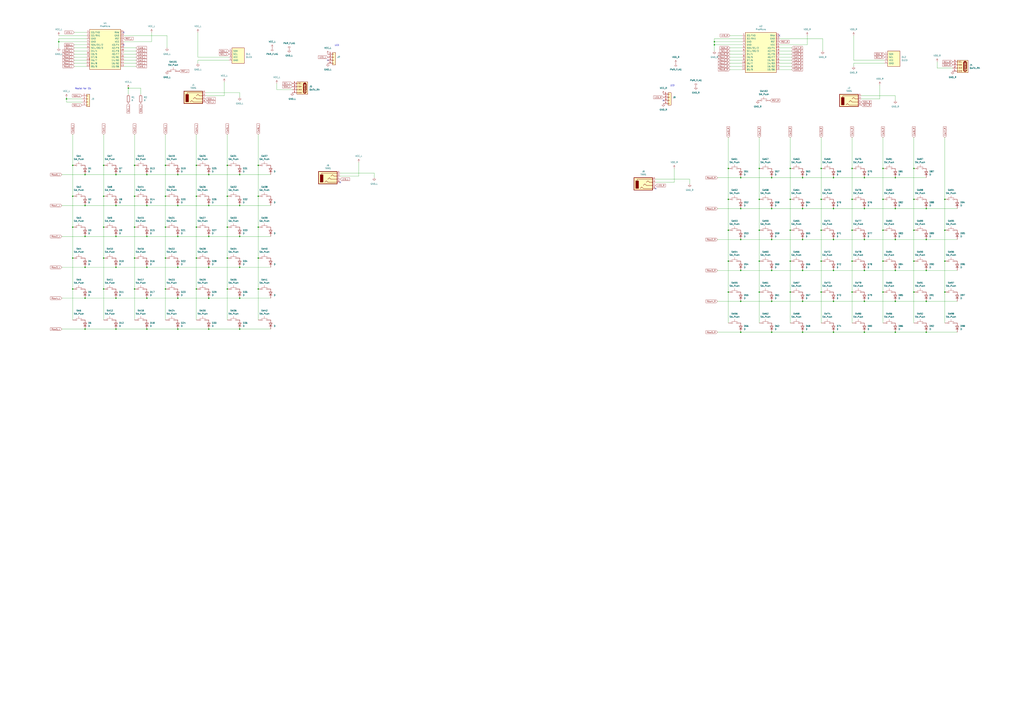
<source format=kicad_sch>
(kicad_sch (version 20231120) (generator "eeschema") (generator_version "8.0")
  (paper "A1")
  (junction (at 699.77 138.43))
  (junction (at 684.53 273.05))
  (junction (at 659.13 222.25))
  (junction (at 161.29 186.69))
  (junction (at 171.45 194.31))
  (junction (at 95.25 194.31))
  (junction (at 598.17 214.63))
  (junction (at 69.85 194.31))
  (junction (at 85.09 186.69))
  (junction (at 659.13 247.65))
  (junction (at 648.97 240.03))
  (junction (at 110.49 186.69))
  (junction (at 648.97 138.43))
  (junction (at 196.85 270.51))
  (junction (at 699.77 163.83))
  (junction (at 69.85 143.51))
  (junction (at 135.89 161.29))
  (junction (at 196.85 168.91))
  (junction (at 725.17 240.03))
  (junction (at 633.73 273.05))
  (junction (at 69.85 270.51))
  (junction (at 196.85 194.31))
  (junction (at 59.69 161.29))
  (junction (at 586.74 34.29))
  (junction (at 171.45 219.71))
  (junction (at 684.53 196.85))
  (junction (at 95.25 245.11))
  (junction (at 709.93 171.45))
  (junction (at 95.25 143.51))
  (junction (at 735.33 273.05))
  (junction (at 85.09 161.29))
  (junction (at 95.25 219.71))
  (junction (at 95.25 270.51))
  (junction (at 633.73 146.05))
  (junction (at 684.53 146.05))
  (junction (at 775.97 189.23))
  (junction (at 750.57 240.03))
  (junction (at 775.97 163.83))
  (junction (at 623.57 138.43))
  (junction (at 110.49 161.29))
  (junction (at 161.29 237.49))
  (junction (at 161.29 135.89))
  (junction (at 623.57 189.23))
  (junction (at 760.73 196.85))
  (junction (at 750.57 163.83))
  (junction (at 105.41 72.39))
  (junction (at 709.93 247.65))
  (junction (at 54.61 81.28))
  (junction (at 775.97 214.63))
  (junction (at 598.17 163.83))
  (junction (at 59.69 186.69))
  (junction (at 608.33 171.45))
  (junction (at 161.29 212.09))
  (junction (at 212.09 161.29))
  (junction (at 735.33 222.25))
  (junction (at 648.97 214.63))
  (junction (at 709.93 196.85))
  (junction (at 725.17 163.83))
  (junction (at 120.65 245.11))
  (junction (at 171.45 168.91))
  (junction (at 186.69 186.69))
  (junction (at 735.33 196.85))
  (junction (at 59.69 212.09))
  (junction (at 59.69 135.89))
  (junction (at 750.57 214.63))
  (junction (at 633.73 222.25))
  (junction (at 85.09 237.49))
  (junction (at 674.37 214.63))
  (junction (at 735.33 171.45))
  (junction (at 608.33 222.25))
  (junction (at 59.69 237.49))
  (junction (at 212.09 237.49))
  (junction (at 120.65 194.31))
  (junction (at 608.33 273.05))
  (junction (at 699.77 240.03))
  (junction (at 648.97 163.83))
  (junction (at 633.73 171.45))
  (junction (at 735.33 247.65))
  (junction (at 674.37 163.83))
  (junction (at 725.17 214.63))
  (junction (at 775.97 240.03))
  (junction (at 659.13 273.05))
  (junction (at 659.13 196.85))
  (junction (at 750.57 189.23))
  (junction (at 709.93 222.25))
  (junction (at 146.05 168.91))
  (junction (at 120.65 270.51))
  (junction (at 750.57 138.43))
  (junction (at 684.53 247.65))
  (junction (at 212.09 135.89))
  (junction (at 598.17 189.23))
  (junction (at 48.26 34.29))
  (junction (at 598.17 138.43))
  (junction (at 120.65 219.71))
  (junction (at 608.33 196.85))
  (junction (at 725.17 189.23))
  (junction (at 659.13 146.05))
  (junction (at 674.37 189.23))
  (junction (at 699.77 189.23))
  (junction (at 709.93 273.05))
  (junction (at 608.33 247.65))
  (junction (at 85.09 135.89))
  (junction (at 659.13 171.45))
  (junction (at 186.69 161.29))
  (junction (at 146.05 245.11))
  (junction (at 135.89 135.89))
  (junction (at 623.57 214.63))
  (junction (at 95.25 168.91))
  (junction (at 146.05 219.71))
  (junction (at 684.53 222.25))
  (junction (at 760.73 247.65))
  (junction (at 709.93 146.05))
  (junction (at 110.49 212.09))
  (junction (at 161.29 161.29))
  (junction (at 699.77 214.63))
  (junction (at 623.57 163.83))
  (junction (at 633.73 196.85))
  (junction (at 212.09 186.69))
  (junction (at 69.85 245.11))
  (junction (at 196.85 143.51))
  (junction (at 760.73 222.25))
  (junction (at 586.74 36.83))
  (junction (at 85.09 212.09))
  (junction (at 146.05 270.51))
  (junction (at 212.09 212.09))
  (junction (at 69.85 168.91))
  (junction (at 623.57 240.03))
  (junction (at 135.89 237.49))
  (junction (at 674.37 138.43))
  (junction (at 135.89 212.09))
  (junction (at 674.37 240.03))
  (junction (at 608.33 146.05))
  (junction (at 135.89 186.69))
  (junction (at 633.73 247.65))
  (junction (at 186.69 212.09))
  (junction (at 146.05 194.31))
  (junction (at 171.45 270.51))
  (junction (at 171.45 245.11))
  (junction (at 110.49 237.49))
  (junction (at 171.45 143.51))
  (junction (at 196.85 219.71))
  (junction (at 725.17 138.43))
  (junction (at 120.65 143.51))
  (junction (at 735.33 146.05))
  (junction (at 186.69 237.49))
  (junction (at 196.85 245.11))
  (junction (at 146.05 143.51))
  (junction (at 110.49 135.89))
  (junction (at 186.69 135.89))
  (junction (at 684.53 171.45))
  (junction (at 598.17 240.03))
  (junction (at 648.97 189.23))
  (junction (at 760.73 273.05))
  (junction (at 120.65 168.91))
  (junction (at 69.85 219.71))
  (junction (at 760.73 171.45))
  (no_connect (at 544.83 82.55))
  (no_connect (at 279.4 149.86))
  (no_connect (at 640.08 29.21))
  (no_connect (at 269.24 49.53))
  (no_connect (at 538.48 154.94))
  (no_connect (at 101.6 36.83))
  (no_connect (at 101.6 26.67))
  (wire (pts (xy 186.69 212.09) (xy 186.69 237.49)))
  (wire (pts (xy 735.33 196.85) (xy 760.73 196.85)))
  (wire (pts (xy 307.34 142.24) (xy 307.34 146.05)))
  (wire (pts (xy 589.28 222.25) (xy 608.33 222.25)))
  (wire (pts (xy 59.69 161.29) (xy 59.69 186.69)))
  (wire (pts (xy 775.97 214.63) (xy 775.97 240.03)))
  (wire (pts (xy 599.44 41.91) (xy 609.6 41.91)))
  (wire (pts (xy 725.17 214.63) (xy 725.17 240.03)))
  (wire (pts (xy 171.45 168.91) (xy 196.85 168.91)))
  (wire (pts (xy 599.44 57.15) (xy 609.6 57.15)))
  (wire (pts (xy 599.44 39.37) (xy 609.6 39.37)))
  (wire (pts (xy 662.94 36.83) (xy 662.94 29.21)))
  (wire (pts (xy 674.37 113.03) (xy 674.37 138.43)))
  (wire (pts (xy 171.45 245.11) (xy 196.85 245.11)))
  (wire (pts (xy 640.08 41.91) (xy 650.24 41.91)))
  (wire (pts (xy 750.57 189.23) (xy 750.57 214.63)))
  (wire (pts (xy 648.97 240.03) (xy 648.97 265.43)))
  (wire (pts (xy 598.17 240.03) (xy 598.17 265.43)))
  (wire (pts (xy 168.91 78.74) (xy 184.15 78.74)))
  (wire (pts (xy 599.44 46.99) (xy 609.6 46.99)))
  (wire (pts (xy 709.93 146.05) (xy 735.33 146.05)))
  (wire (pts (xy 707.39 81.28) (xy 722.63 81.28)))
  (wire (pts (xy 623.57 214.63) (xy 623.57 240.03)))
  (wire (pts (xy 101.6 46.99) (xy 111.76 46.99)))
  (wire (pts (xy 623.57 240.03) (xy 623.57 265.43)))
  (wire (pts (xy 187.96 49.53) (xy 162.56 49.53)))
  (wire (pts (xy 750.57 113.03) (xy 750.57 138.43)))
  (wire (pts (xy 186.69 135.89) (xy 186.69 161.29)))
  (wire (pts (xy 609.6 34.29) (xy 586.74 34.29)))
  (wire (pts (xy 648.97 138.43) (xy 648.97 163.83)))
  (wire (pts (xy 60.96 44.45) (xy 71.12 44.45)))
  (wire (pts (xy 120.65 219.71) (xy 146.05 219.71)))
  (wire (pts (xy 674.37 240.03) (xy 674.37 265.43)))
  (wire (pts (xy 146.05 143.51) (xy 171.45 143.51)))
  (wire (pts (xy 648.97 163.83) (xy 648.97 189.23)))
  (wire (pts (xy 623.57 189.23) (xy 623.57 214.63)))
  (wire (pts (xy 60.96 52.07) (xy 71.12 52.07)))
  (wire (pts (xy 162.56 46.99) (xy 162.56 26.67)))
  (wire (pts (xy 95.25 219.71) (xy 120.65 219.71)))
  (wire (pts (xy 598.17 113.03) (xy 598.17 138.43)))
  (wire (pts (xy 146.05 270.51) (xy 171.45 270.51)))
  (wire (pts (xy 69.85 270.51) (xy 95.25 270.51)))
  (wire (pts (xy 608.33 247.65) (xy 633.73 247.65)))
  (wire (pts (xy 725.17 163.83) (xy 725.17 189.23)))
  (wire (pts (xy 599.44 52.07) (xy 609.6 52.07)))
  (wire (pts (xy 640.08 54.61) (xy 650.24 54.61)))
  (wire (pts (xy 699.77 138.43) (xy 699.77 163.83)))
  (wire (pts (xy 589.28 196.85) (xy 608.33 196.85)))
  (wire (pts (xy 161.29 161.29) (xy 161.29 186.69)))
  (wire (pts (xy 599.44 44.45) (xy 609.6 44.45)))
  (wire (pts (xy 640.08 52.07) (xy 650.24 52.07)))
  (wire (pts (xy 196.85 143.51) (xy 222.25 143.51)))
  (wire (pts (xy 120.65 270.51) (xy 146.05 270.51)))
  (wire (pts (xy 50.8 143.51) (xy 69.85 143.51)))
  (wire (pts (xy 586.74 31.75) (xy 609.6 31.75)))
  (wire (pts (xy 707.39 78.74) (xy 735.33 78.74)))
  (wire (pts (xy 69.85 219.71) (xy 95.25 219.71)))
  (wire (pts (xy 589.28 247.65) (xy 608.33 247.65)))
  (wire (pts (xy 598.17 214.63) (xy 598.17 240.03)))
  (wire (pts (xy 684.53 146.05) (xy 709.93 146.05)))
  (wire (pts (xy 675.64 31.75) (xy 675.64 41.91)))
  (wire (pts (xy 196.85 194.31) (xy 222.25 194.31)))
  (wire (pts (xy 750.57 138.43) (xy 750.57 163.83)))
  (wire (pts (xy 279.4 142.24) (xy 307.34 142.24)))
  (wire (pts (xy 599.44 49.53) (xy 609.6 49.53)))
  (wire (pts (xy 775.97 113.03) (xy 775.97 163.83)))
  (wire (pts (xy 95.25 194.31) (xy 120.65 194.31)))
  (wire (pts (xy 146.05 194.31) (xy 171.45 194.31)))
  (wire (pts (xy 623.57 163.83) (xy 623.57 189.23)))
  (wire (pts (xy 633.73 247.65) (xy 659.13 247.65)))
  (wire (pts (xy 168.91 76.2) (xy 196.85 76.2)))
  (wire (pts (xy 608.33 146.05) (xy 633.73 146.05)))
  (wire (pts (xy 684.53 247.65) (xy 709.93 247.65)))
  (wire (pts (xy 105.41 72.39) (xy 105.41 77.47)))
  (wire (pts (xy 684.53 171.45) (xy 709.93 171.45)))
  (wire (pts (xy 598.17 163.83) (xy 598.17 189.23)))
  (wire (pts (xy 162.56 49.53) (xy 162.56 52.07)))
  (wire (pts (xy 699.77 214.63) (xy 699.77 240.03)))
  (wire (pts (xy 85.09 135.89) (xy 85.09 161.29)))
  (wire (pts (xy 725.17 113.03) (xy 725.17 138.43)))
  (wire (pts (xy 50.8 270.51) (xy 69.85 270.51)))
  (wire (pts (xy 135.89 135.89) (xy 135.89 161.29)))
  (wire (pts (xy 633.73 171.45) (xy 659.13 171.45)))
  (wire (pts (xy 735.33 171.45) (xy 760.73 171.45)))
  (wire (pts (xy 69.85 143.51) (xy 95.25 143.51)))
  (wire (pts (xy 135.89 186.69) (xy 135.89 212.09)))
  (wire (pts (xy 609.6 36.83) (xy 586.74 36.83)))
  (wire (pts (xy 146.05 245.11) (xy 171.45 245.11)))
  (wire (pts (xy 775.97 189.23) (xy 775.97 214.63)))
  (wire (pts (xy 589.28 146.05) (xy 608.33 146.05)))
  (wire (pts (xy 640.08 39.37) (xy 650.24 39.37)))
  (wire (pts (xy 598.17 189.23) (xy 598.17 214.63)))
  (wire (pts (xy 60.96 41.91) (xy 71.12 41.91)))
  (wire (pts (xy 735.33 146.05) (xy 760.73 146.05)))
  (wire (pts (xy 101.6 49.53) (xy 111.76 49.53)))
  (wire (pts (xy 161.29 135.89) (xy 161.29 161.29)))
  (wire (pts (xy 60.96 54.61) (xy 71.12 54.61)))
  (wire (pts (xy 674.37 138.43) (xy 674.37 163.83)))
  (wire (pts (xy 775.97 240.03) (xy 775.97 265.43)))
  (wire (pts (xy 69.85 168.91) (xy 95.25 168.91)))
  (wire (pts (xy 750.57 163.83) (xy 750.57 189.23)))
  (wire (pts (xy 161.29 212.09) (xy 161.29 237.49)))
  (wire (pts (xy 137.16 29.21) (xy 137.16 39.37)))
  (wire (pts (xy 48.26 31.75) (xy 48.26 34.29)))
  (wire (pts (xy 640.08 57.15) (xy 650.24 57.15)))
  (wire (pts (xy 69.85 194.31) (xy 95.25 194.31)))
  (wire (pts (xy 709.93 171.45) (xy 735.33 171.45)))
  (wire (pts (xy 684.53 196.85) (xy 709.93 196.85)))
  (wire (pts (xy 775.97 163.83) (xy 775.97 189.23)))
  (wire (pts (xy 722.63 69.85) (xy 722.63 81.28)))
  (wire (pts (xy 50.8 168.91) (xy 69.85 168.91)))
  (wire (pts (xy 538.48 149.86) (xy 553.72 149.86)))
  (wire (pts (xy 279.4 144.78) (xy 294.64 144.78)))
  (wire (pts (xy 589.28 171.45) (xy 608.33 171.45)))
  (wire (pts (xy 566.42 147.32) (xy 566.42 151.13)))
  (wire (pts (xy 640.08 44.45) (xy 650.24 44.45)))
  (wire (pts (xy 69.85 245.11) (xy 95.25 245.11)))
  (wire (pts (xy 137.16 29.21) (xy 101.6 29.21)))
  (wire (pts (xy 212.09 186.69) (xy 212.09 212.09)))
  (wire (pts (xy 659.13 171.45) (xy 684.53 171.45)))
  (wire (pts (xy 212.09 237.49) (xy 212.09 262.89)))
  (wire (pts (xy 95.25 245.11) (xy 120.65 245.11)))
  (wire (pts (xy 538.48 147.32) (xy 566.42 147.32)))
  (wire (pts (xy 110.49 161.29) (xy 110.49 186.69)))
  (wire (pts (xy 59.69 110.49) (xy 59.69 135.89)))
  (wire (pts (xy 110.49 110.49) (xy 110.49 135.89)))
  (wire (pts (xy 599.44 54.61) (xy 609.6 54.61)))
  (wire (pts (xy 227.33 73.66) (xy 227.33 68.58)))
  (wire (pts (xy 101.6 41.91) (xy 111.76 41.91)))
  (wire (pts (xy 146.05 219.71) (xy 171.45 219.71)))
  (wire (pts (xy 589.28 273.05) (xy 608.33 273.05)))
  (wire (pts (xy 735.33 247.65) (xy 760.73 247.65)))
  (wire (pts (xy 709.93 196.85) (xy 735.33 196.85)))
  (wire (pts (xy 115.57 72.39) (xy 105.41 72.39)))
  (wire (pts (xy 196.85 168.91) (xy 222.25 168.91)))
  (wire (pts (xy 735.33 78.74) (xy 735.33 82.55)))
  (wire (pts (xy 101.6 54.61) (xy 111.76 54.61)))
  (wire (pts (xy 725.17 240.03) (xy 725.17 265.43)))
  (wire (pts (xy 760.73 171.45) (xy 786.13 171.45)))
  (wire (pts (xy 648.97 214.63) (xy 648.97 240.03)))
  (wire (pts (xy 71.12 31.75) (xy 48.26 31.75)))
  (wire (pts (xy 95.25 270.51) (xy 120.65 270.51)))
  (wire (pts (xy 709.93 247.65) (xy 735.33 247.65)))
  (wire (pts (xy 294.64 133.35) (xy 294.64 144.78)))
  (wire (pts (xy 648.97 189.23) (xy 648.97 214.63)))
  (wire (pts (xy 85.09 161.29) (xy 85.09 186.69)))
  (wire (pts (xy 760.73 247.65) (xy 786.13 247.65)))
  (wire (pts (xy 186.69 186.69) (xy 186.69 212.09)))
  (wire (pts (xy 699.77 163.83) (xy 699.77 189.23)))
  (wire (pts (xy 212.09 161.29) (xy 212.09 186.69)))
  (wire (pts (xy 608.33 196.85) (xy 633.73 196.85)))
  (wire (pts (xy 659.13 196.85) (xy 684.53 196.85)))
  (wire (pts (xy 124.46 34.29) (xy 124.46 26.67)))
  (wire (pts (xy 85.09 110.49) (xy 85.09 135.89)))
  (wire (pts (xy 609.6 29.21) (xy 599.44 29.21)))
  (wire (pts (xy 120.65 168.91) (xy 146.05 168.91)))
  (wire (pts (xy 60.96 49.53) (xy 71.12 49.53)))
  (wire (pts (xy 735.33 273.05) (xy 760.73 273.05)))
  (wire (pts (xy 586.74 36.83) (xy 586.74 41.91)))
  (wire (pts (xy 699.77 240.03) (xy 699.77 265.43)))
  (wire (pts (xy 186.69 237.49) (xy 186.69 262.89)))
  (wire (pts (xy 85.09 186.69) (xy 85.09 212.09)))
  (wire (pts (xy 699.77 189.23) (xy 699.77 214.63)))
  (wire (pts (xy 187.96 46.99) (xy 162.56 46.99)))
  (wire (pts (xy 120.65 245.11) (xy 146.05 245.11)))
  (wire (pts (xy 750.57 214.63) (xy 750.57 240.03)))
  (wire (pts (xy 186.69 110.49) (xy 186.69 135.89)))
  (wire (pts (xy 648.97 113.03) (xy 648.97 138.43)))
  (wire (pts (xy 196.85 76.2) (xy 196.85 80.01)))
  (wire (pts (xy 726.44 49.53) (xy 701.04 49.53)))
  (wire (pts (xy 735.33 222.25) (xy 760.73 222.25)))
  (wire (pts (xy 640.08 46.99) (xy 650.24 46.99)))
  (wire (pts (xy 633.73 146.05) (xy 659.13 146.05)))
  (wire (pts (xy 709.93 273.05) (xy 735.33 273.05)))
  (wire (pts (xy 750.57 240.03) (xy 750.57 265.43)))
  (wire (pts (xy 674.37 214.63) (xy 674.37 240.03)))
  (wire (pts (xy 623.57 113.03) (xy 623.57 138.43)))
  (wire (pts (xy 120.65 194.31) (xy 146.05 194.31)))
  (wire (pts (xy 659.13 146.05) (xy 684.53 146.05)))
  (wire (pts (xy 212.09 110.49) (xy 212.09 135.89)))
  (wire (pts (xy 171.45 219.71) (xy 196.85 219.71)))
  (wire (pts (xy 675.64 31.75) (xy 640.08 31.75)))
  (wire (pts (xy 48.26 34.29) (xy 48.26 39.37)))
  (wire (pts (xy 659.13 273.05) (xy 684.53 273.05)))
  (wire (pts (xy 110.49 135.89) (xy 110.49 161.29)))
  (wire (pts (xy 633.73 222.25) (xy 659.13 222.25)))
  (wire (pts (xy 95.25 168.91) (xy 120.65 168.91)))
  (wire (pts (xy 95.25 143.51) (xy 120.65 143.51)))
  (wire (pts (xy 212.09 212.09) (xy 212.09 237.49)))
  (wire (pts (xy 50.8 219.71) (xy 69.85 219.71)))
  (wire (pts (xy 101.6 44.45) (xy 111.76 44.45)))
  (wire (pts (xy 196.85 245.11) (xy 222.25 245.11)))
  (wire (pts (xy 623.57 138.43) (xy 623.57 163.83)))
  (wire (pts (xy 196.85 270.51) (xy 222.25 270.51)))
  (wire (pts (xy 60.96 46.99) (xy 71.12 46.99)))
  (wire (pts (xy 171.45 270.51) (xy 196.85 270.51)))
  (wire (pts (xy 586.74 34.29) (xy 586.74 36.83)))
  (wire (pts (xy 135.89 237.49) (xy 135.89 262.89)))
  (wire (pts (xy 760.73 273.05) (xy 786.13 273.05)))
  (wire (pts (xy 709.93 222.25) (xy 735.33 222.25)))
  (wire (pts (xy 640.08 36.83) (xy 662.94 36.83)))
  (wire (pts (xy 110.49 237.49) (xy 110.49 262.89)))
  (wire (pts (xy 633.73 196.85) (xy 659.13 196.85)))
  (wire (pts (xy 120.65 143.51) (xy 146.05 143.51)))
  (wire (pts (xy 50.8 194.31) (xy 69.85 194.31)))
  (wire (pts (xy 212.09 135.89) (xy 212.09 161.29)))
  (wire (pts (xy 608.33 273.05) (xy 633.73 273.05)))
  (wire (pts (xy 115.57 77.47) (xy 115.57 72.39)))
  (wire (pts (xy 184.15 67.31) (xy 184.15 78.74)))
  (wire (pts (xy 135.89 110.49) (xy 135.89 135.89)))
  (wire (pts (xy 684.53 222.25) (xy 709.93 222.25)))
  (wire (pts (xy 110.49 186.69) (xy 110.49 212.09)))
  (wire (pts (xy 196.85 219.71) (xy 222.25 219.71)))
  (wire (pts (xy 71.12 26.67) (xy 60.96 26.67)))
  (wire (pts (xy 782.32 55.88) (xy 769.62 55.88)))
  (wire (pts (xy 54.61 80.01) (xy 54.61 81.28)))
  (wire (pts (xy 59.69 135.89) (xy 59.69 161.29)))
  (wire (pts (xy 146.05 168.91) (xy 171.45 168.91)))
  (wire (pts (xy 54.61 81.28) (xy 67.31 81.28)))
  (wire (pts (xy 608.33 171.45) (xy 633.73 171.45)))
  (wire (pts (xy 101.6 34.29) (xy 124.46 34.29)))
  (wire (pts (xy 59.69 186.69) (xy 59.69 212.09)))
  (wire (pts (xy 701.04 49.53) (xy 701.04 29.21)))
  (wire (pts (xy 701.04 52.07) (xy 701.04 54.61)))
  (wire (pts (xy 67.31 83.82) (xy 54.61 83.82)))
  (wire (pts (xy 586.74 31.75) (xy 586.74 34.29)))
  (wire (pts (xy 725.17 189.23) (xy 725.17 214.63)))
  (wire (pts (xy 553.72 138.43) (xy 553.72 149.86)))
  (wire (pts (xy 598.17 138.43) (xy 598.17 163.83)))
  (wire (pts (xy 101.6 52.07) (xy 111.76 52.07)))
  (wire (pts (xy 726.44 52.07) (xy 701.04 52.07)))
  (wire (pts (xy 161.29 110.49) (xy 161.29 135.89)))
  (wire (pts (xy 85.09 212.09) (xy 85.09 237.49)))
  (wire (pts (xy 59.69 212.09) (xy 59.69 237.49)))
  (wire (pts (xy 659.13 247.65) (xy 684.53 247.65)))
  (wire (pts (xy 135.89 212.09) (xy 135.89 237.49)))
  (wire (pts (xy 186.69 161.29) (xy 186.69 186.69)))
  (wire (pts (xy 85.09 237.49) (xy 85.09 262.89)))
  (wire (pts (xy 110.49 212.09) (xy 110.49 237.49)))
  (wire (pts (xy 760.73 196.85) (xy 786.13 196.85)))
  (wire (pts (xy 135.89 161.29) (xy 135.89 186.69)))
  (wire (pts (xy 171.45 194.31) (xy 196.85 194.31)))
  (wire (pts (xy 608.33 222.25) (xy 633.73 222.25)))
  (wire (pts (xy 760.73 222.25) (xy 786.13 222.25)))
  (wire (pts (xy 50.8 245.11) (xy 69.85 245.11)))
  (wire (pts (xy 240.03 73.66) (xy 227.33 73.66)))
  (wire (pts (xy 684.53 273.05) (xy 709.93 273.05)))
  (wire (pts (xy 769.62 55.88) (xy 769.62 50.8)))
  (wire (pts (xy 725.17 138.43) (xy 725.17 163.83)))
  (wire (pts (xy 699.77 113.03) (xy 699.77 138.43)))
  (wire (pts (xy 59.69 237.49) (xy 59.69 262.89)))
  (wire (pts (xy 71.12 34.29) (xy 48.26 34.29)))
  (wire (pts (xy 633.73 273.05) (xy 659.13 273.05)))
  (wire (pts (xy 640.08 49.53) (xy 650.24 49.53)))
  (wire (pts (xy 101.6 39.37) (xy 111.76 39.37)))
  (wire (pts (xy 48.26 29.21) (xy 71.12 29.21)))
  (wire (pts (xy 161.29 186.69) (xy 161.29 212.09)))
  (wire (pts (xy 674.37 189.23) (xy 674.37 214.63)))
  (wire (pts (xy 171.45 143.51) (xy 196.85 143.51)))
  (wire (pts (xy 659.13 222.25) (xy 684.53 222.25)))
  (wire (pts (xy 54.61 83.82) (xy 54.61 81.28)))
  (wire (pts (xy 674.37 163.83) (xy 674.37 189.23)))
  (wire (pts (xy 161.29 237.49) (xy 161.29 262.89)))
  (wire (pts (xy 60.96 36.83) (xy 71.12 36.83)))
  (wire (pts (xy 60.96 39.37) (xy 71.12 39.37)))
  (text "LED" (at 276.606 37.338 0) (effects (font (size 1.27 1.27))))
  (text "Resist for i2c" (at 68.326 72.898 0) (effects (font (size 1.27 1.27))))
  (text "LED" (at 552.196 70.358 0) (effects (font (size 1.27 1.27))))
  (global_label "Col2_L" (shape input) (at 111.76 49.53 0) (property "Intersheetrefs" "${INTERSHEET_REFS}" (effects (hide yes))))
  (global_label "Row3_L" (shape input) (at 50.8 219.71 180) (property "Intersheetrefs" "${INTERSHEET_REFS}" (effects (hide yes))))
  (global_label "SCL_L" (shape input) (at 67.31 86.36 180) (property "Intersheetrefs" "${INTERSHEET_REFS}" (effects (hide yes))))
  (global_label "Col0_R" (shape input) (at 650.24 57.15 0) (property "Intersheetrefs" "${INTERSHEET_REFS}" (effects (hide yes))))
  (global_label "Col1_R" (shape input) (at 650.24 54.61 0) (property "Intersheetrefs" "${INTERSHEET_REFS}" (effects (hide yes))))
  (global_label "Row0_R" (shape input) (at 589.28 146.05 180) (property "Intersheetrefs" "${INTERSHEET_REFS}" (effects (hide yes))))
  (global_label "Row2_R" (shape input) (at 589.28 196.85 180) (property "Intersheetrefs" "${INTERSHEET_REFS}" (effects (hide yes))))
  (global_label "Col2_R" (shape input) (at 648.97 113.03 90) (property "Intersheetrefs" "${INTERSHEET_REFS}" (effects (hide yes))))
  (global_label "LED_L" (shape input) (at 60.96 26.67 180) (property "Intersheetrefs" "${INTERSHEET_REFS}" (effects (hide yes))))
  (global_label "Col7_R" (shape input) (at 775.97 113.03 90) (property "Intersheetrefs" "${INTERSHEET_REFS}" (effects (hide yes))))
  (global_label "Col6_R" (shape input) (at 750.57 113.03 90) (property "Intersheetrefs" "${INTERSHEET_REFS}" (effects (hide yes))))
  (global_label "Col2_R" (shape input) (at 650.24 52.07 0) (property "Intersheetrefs" "${INTERSHEET_REFS}" (effects (hide yes))))
  (global_label "SDA_L" (shape input) (at 168.91 81.28 0) (property "Intersheetrefs" "${INTERSHEET_REFS}" (effects (hide yes))))
  (global_label "Row0_L" (shape input) (at 60.96 54.61 180) (property "Intersheetrefs" "${INTERSHEET_REFS}" (effects (hide yes))))
  (global_label "Row2_L" (shape input) (at 60.96 49.53 180) (property "Intersheetrefs" "${INTERSHEET_REFS}" (effects (hide yes))))
  (global_label "RST_L" (shape input) (at 101.6 31.75 0) (property "Intersheetrefs" "${INTERSHEET_REFS}" (effects (hide yes))))
  (global_label "Row2_L" (shape input) (at 50.8 194.31 180) (property "Intersheetrefs" "${INTERSHEET_REFS}" (effects (hide yes))))
  (global_label "Row4_L" (shape input) (at 60.96 44.45 180) (property "Intersheetrefs" "${INTERSHEET_REFS}" (effects (hide yes))))
  (global_label "Col4_L" (shape input) (at 161.29 110.49 90) (property "Intersheetrefs" "${INTERSHEET_REFS}" (effects (hide yes))))
  (global_label "Row2_R" (shape input) (at 599.44 52.07 180) (property "Intersheetrefs" "${INTERSHEET_REFS}" (effects (hide yes))))
  (global_label "Col0_L" (shape input) (at 111.76 54.61 0) (property "Intersheetrefs" "${INTERSHEET_REFS}" (effects (hide yes))))
  (global_label "SCL_R" (shape input) (at 726.44 46.99 180) (property "Intersheetrefs" "${INTERSHEET_REFS}" (effects (hide yes))))
  (global_label "Col5_L" (shape input) (at 186.69 110.49 90) (property "Intersheetrefs" "${INTERSHEET_REFS}" (effects (hide yes))))
  (global_label "SDA_L" (shape input) (at 240.03 71.12 180) (property "Intersheetrefs" "${INTERSHEET_REFS}" (effects (hide yes))))
  (global_label "SDA_L" (shape input) (at 60.96 36.83 180) (property "Intersheetrefs" "${INTERSHEET_REFS}" (effects (hide yes))))
  (global_label "LED_R" (shape input) (at 599.44 29.21 180) (property "Intersheetrefs" "${INTERSHEET_REFS}" (effects (hide yes))))
  (global_label "Row5_L" (shape input) (at 60.96 41.91 180) (property "Intersheetrefs" "${INTERSHEET_REFS}" (effects (hide yes))))
  (global_label "LED_L" (shape input) (at 279.4 147.32 0) (property "Intersheetrefs" "${INTERSHEET_REFS}" (effects (hide yes))))
  (global_label "Row1_L" (shape input) (at 60.96 52.07 180) (property "Intersheetrefs" "${INTERSHEET_REFS}" (effects (hide yes))))
  (global_label "Col2_L" (shape input) (at 110.49 110.49 90) (property "Intersheetrefs" "${INTERSHEET_REFS}" (effects (hide yes))))
  (global_label "Col6_L" (shape input) (at 212.09 110.49 90) (property "Intersheetrefs" "${INTERSHEET_REFS}" (effects (hide yes))))
  (global_label "Row1_R" (shape input) (at 599.44 54.61 180) (property "Intersheetrefs" "${INTERSHEET_REFS}" (effects (hide yes))))
  (global_label "Col3_R" (shape input) (at 674.37 113.03 90) (property "Intersheetrefs" "${INTERSHEET_REFS}" (effects (hide yes))))
  (global_label "Row5_R" (shape input) (at 599.44 44.45 180) (property "Intersheetrefs" "${INTERSHEET_REFS}" (effects (hide yes))))
  (global_label "RST_R" (shape input) (at 632.46 82.55 0) (property "Intersheetrefs" "${INTERSHEET_REFS}" (effects (hide yes))))
  (global_label "SCL_R" (shape input) (at 707.39 86.36 0) (property "Intersheetrefs" "${INTERSHEET_REFS}" (effects (hide yes))))
  (global_label "Col7_R" (shape input) (at 650.24 39.37 0) (property "Intersheetrefs" "${INTERSHEET_REFS}" (effects (hide yes))))
  (global_label "Row5_L" (shape input) (at 50.8 270.51 180) (property "Intersheetrefs" "${INTERSHEET_REFS}" (effects (hide yes))))
  (global_label "Col6_R" (shape input) (at 650.24 41.91 0) (property "Intersheetrefs" "${INTERSHEET_REFS}" (effects (hide yes))))
  (global_label "Col5_L" (shape input) (at 111.76 41.91 0) (property "Intersheetrefs" "${INTERSHEET_REFS}" (effects (hide yes))))
  (global_label "Col6_L" (shape input) (at 111.76 39.37 0) (property "Intersheetrefs" "${INTERSHEET_REFS}" (effects (hide yes))))
  (global_label "RST_R" (shape input) (at 640.08 34.29 0) (property "Intersheetrefs" "${INTERSHEET_REFS}" (effects (hide yes))))
  (global_label "SDA_L" (shape input) (at 187.96 41.91 180) (property "Intersheetrefs" "${INTERSHEET_REFS}" (effects (hide yes))))
  (global_label "Row1_L" (shape input) (at 50.8 168.91 180) (property "Intersheetrefs" "${INTERSHEET_REFS}" (effects (hide yes))))
  (global_label "SCL_L" (shape input) (at 60.96 39.37 180) (property "Intersheetrefs" "${INTERSHEET_REFS}" (effects (hide yes))))
  (global_label "Col4_R" (shape input) (at 650.24 46.99 0) (property "Intersheetrefs" "${INTERSHEET_REFS}" (effects (hide yes))))
  (global_label "Col4_R" (shape input) (at 699.77 113.03 90) (property "Intersheetrefs" "${INTERSHEET_REFS}" (effects (hide yes))))
  (global_label "Row4_R" (shape input) (at 589.28 247.65 180) (property "Intersheetrefs" "${INTERSHEET_REFS}" (effects (hide yes))))
  (global_label "LED_R" (shape input) (at 544.83 80.01 180) (property "Intersheetrefs" "${INTERSHEET_REFS}" (effects (hide yes))))
  (global_label "Row0_L" (shape input) (at 50.8 143.51 180) (property "Intersheetrefs" "${INTERSHEET_REFS}" (effects (hide yes))))
  (global_label "Col0_L" (shape input) (at 59.69 110.49 90) (property "Intersheetrefs" "${INTERSHEET_REFS}" (effects (hide yes))))
  (global_label "SDA_L" (shape input) (at 67.31 78.74 180) (property "Intersheetrefs" "${INTERSHEET_REFS}" (effects (hide yes))))
  (global_label "LED_L" (shape input) (at 269.24 46.99 180) (property "Intersheetrefs" "${INTERSHEET_REFS}" (effects (hide yes))))
  (global_label "Col1_L" (shape input) (at 111.76 52.07 0) (property "Intersheetrefs" "${INTERSHEET_REFS}" (effects (hide yes))))
  (global_label "Row1_R" (shape input) (at 589.28 171.45 180) (property "Intersheetrefs" "${INTERSHEET_REFS}" (effects (hide yes))))
  (global_label "Col0_R" (shape input) (at 598.17 113.03 90) (property "Intersheetrefs" "${INTERSHEET_REFS}" (effects (hide yes))))
  (global_label "Row4_R" (shape input) (at 599.44 46.99 180) (property "Intersheetrefs" "${INTERSHEET_REFS}" (effects (hide yes))))
  (global_label "Row5_R" (shape input) (at 589.28 273.05 180) (property "Intersheetrefs" "${INTERSHEET_REFS}" (effects (hide yes))))
  (global_label "SCL_L" (shape input) (at 187.96 44.45 180) (property "Intersheetrefs" "${INTERSHEET_REFS}" (effects (hide yes))))
  (global_label "Row0_R" (shape input) (at 599.44 57.15 180) (property "Intersheetrefs" "${INTERSHEET_REFS}" (effects (hide yes))))
  (global_label "SDA_R" (shape input) (at 726.44 44.45 180) (property "Intersheetrefs" "${INTERSHEET_REFS}" (effects (hide yes))))
  (global_label "Row3_R" (shape input) (at 589.28 222.25 180) (property "Intersheetrefs" "${INTERSHEET_REFS}" (effects (hide yes))))
  (global_label "Col1_R" (shape input) (at 623.57 113.03 90) (property "Intersheetrefs" "${INTERSHEET_REFS}" (effects (hide yes))))
  (global_label "SCL_L" (shape input) (at 240.03 68.58 180) (property "Intersheetrefs" "${INTERSHEET_REFS}" (effects (hide yes))))
  (global_label "Row3_R" (shape input) (at 599.44 49.53 180) (property "Intersheetrefs" "${INTERSHEET_REFS}" (effects (hide yes))))
  (global_label "RST_L" (shape input) (at 147.32 58.42 0) (property "Intersheetrefs" "${INTERSHEET_REFS}" (effects (hide yes))))
  (global_label "SCL_R" (shape input) (at 782.32 50.8 180) (property "Intersheetrefs" "${INTERSHEET_REFS}" (effects (hide yes))))
  (global_label "SCL_R" (shape input) (at 599.44 41.91 180) (property "Intersheetrefs" "${INTERSHEET_REFS}" (effects (hide yes))))
  (global_label "SCL_L" (shape input) (at 105.41 85.09 270) (property "Intersheetrefs" "${INTERSHEET_REFS}" (effects (hide yes))))
  (global_label "LED_R" (shape input) (at 538.48 152.4 0) (property "Intersheetrefs" "${INTERSHEET_REFS}" (effects (hide yes))))
  (global_label "Col4_L" (shape input) (at 111.76 44.45 0) (property "Intersheetrefs" "${INTERSHEET_REFS}" (effects (hide yes))))
  (global_label "Col3_L" (shape input) (at 111.76 46.99 0) (property "Intersheetrefs" "${INTERSHEET_REFS}" (effects (hide yes))))
  (global_label "SDA_R" (shape input) (at 782.32 53.34 180) (property "Intersheetrefs" "${INTERSHEET_REFS}" (effects (hide yes))))
  (global_label "SDA_L" (shape input) (at 115.57 85.09 270) (property "Intersheetrefs" "${INTERSHEET_REFS}" (effects (hide yes))))
  (global_label "SCL_L" (shape input) (at 168.91 83.82 0) (property "Intersheetrefs" "${INTERSHEET_REFS}" (effects (hide yes))))
  (global_label "Col3_R" (shape input) (at 650.24 49.53 0) (property "Intersheetrefs" "${INTERSHEET_REFS}" (effects (hide yes))))
  (global_label "SDA_R" (shape input) (at 599.44 39.37 180) (property "Intersheetrefs" "${INTERSHEET_REFS}" (effects (hide yes))))
  (global_label "Col5_R" (shape input) (at 725.17 113.03 90) (property "Intersheetrefs" "${INTERSHEET_REFS}" (effects (hide yes))))
  (global_label "Col3_L" (shape input) (at 135.89 110.49 90) (property "Intersheetrefs" "${INTERSHEET_REFS}" (effects (hide yes))))
  (global_label "Col1_L" (shape input) (at 85.09 110.49 90) (property "Intersheetrefs" "${INTERSHEET_REFS}" (effects (hide yes))))
  (global_label "Row4_L" (shape input) (at 50.8 245.11 180) (property "Intersheetrefs" "${INTERSHEET_REFS}" (effects (hide yes))))
  (global_label "Row3_L" (shape input) (at 60.96 46.99 180) (property "Intersheetrefs" "${INTERSHEET_REFS}" (effects (hide yes))))
  (global_label "Col5_R" (shape input) (at 650.24 44.45 0) (property "Intersheetrefs" "${INTERSHEET_REFS}" (effects (hide yes))))
  (global_label "SDA_R" (shape input) (at 707.39 83.82 0) (property "Intersheetrefs" "${INTERSHEET_REFS}" (effects (hide yes))))
  (symbol (lib_id "power:GND2") (at 675.64 41.91 0) (unit 1)
    (property "Reference" "#PWR18" (effects (hide yes)))
    (property "Value" "GND_R" (at 675.64 46.99 0))
    (property "Description" "Power symbol creates a global label with name \"GND2\" , ground" (effects (hide yes)))
  )
  (symbol (lib_id "Device:D") (at 633.73 167.64 90) (unit 1)
    (property "Reference" "D58" (at 636.27 166.3699 90) (effects (justify right)))
    (property "Value" "D" (at 636.27 168.9099 90) (effects (justify right)))
    (property "Footprint" "kbd_Parts:Diode_SMD" (effects (hide yes)))
    (property "Description" "Diode" (effects (hide yes)))
    (property "Sim.Device" "D" (effects (hide yes)))
    (property "Sim.Pins" "1=K 2=A" (effects (hide yes)))
  )
  (symbol (lib_id "Device:D") (at 171.45 241.3 90) (unit 1)
    (property "Reference" "D29" (at 173.99 240.0299 90) (effects (justify right)))
    (property "Value" "D" (at 173.99 242.5699 90) (effects (justify right)))
    (property "Footprint" "kbd_Parts:Diode_SMD" (effects (hide yes)))
    (property "Description" "Diode" (effects (hide yes)))
    (property "Sim.Device" "D" (effects (hide yes)))
    (property "Sim.Pins" "1=K 2=A" (effects (hide yes)))
  )
  (symbol (lib_id "Device:D") (at 146.05 266.7 90) (unit 1)
    (property "Reference" "D24" (at 148.59 265.4299 90) (effects (justify right)))
    (property "Value" "D" (at 148.59 267.9699 90) (effects (justify right)))
    (property "Footprint" "kbd_Parts:Diode_SMD" (effects (hide yes)))
    (property "Description" "Diode" (effects (hide yes)))
    (property "Sim.Device" "D" (effects (hide yes)))
    (property "Sim.Pins" "1=K 2=A" (effects (hide yes)))
  )
  (symbol (lib_id "BrownSugar_KBD:TRRS") (at 269.24 146.05 0) (unit 1)
    (property "Reference" "J6" (at 269.24 135.89 0))
    (property "Value" "TRRS" (at 269.24 138.43 0))
    (property "Footprint" "BrownSugar_KBD:TRRS_PJ-320A" (effects (hide yes)))
  )
  (symbol (lib_id "Device:D") (at 120.65 165.1 90) (unit 1)
    (property "Reference" "D14" (at 123.19 163.8299 90) (effects (justify right)))
    (property "Value" "D" (at 123.19 166.3699 90) (effects (justify right)))
    (property "Footprint" "kbd_Parts:Diode_SMD" (effects (hide yes)))
    (property "Description" "Diode" (effects (hide yes)))
    (property "Sim.Device" "D" (effects (hide yes)))
    (property "Sim.Pins" "1=K 2=A" (effects (hide yes)))
  )
  (symbol (lib_id "Device:D") (at 69.85 266.7 90) (unit 1)
    (property "Reference" "D6" (at 72.39 265.4299 90) (effects (justify right)))
    (property "Value" "D" (at 72.39 267.9699 90) (effects (justify right)))
    (property "Footprint" "kbd_Parts:Diode_SMD" (effects (hide yes)))
    (property "Description" "Diode" (effects (hide yes)))
    (property "Sim.Device" "D" (effects (hide yes)))
    (property "Sim.Pins" "1=K 2=A" (effects (hide yes)))
  )
  (symbol (lib_id "power:GND1") (at 240.03 76.2 0) (unit 1)
    (property "Reference" "#PWR26" (effects (hide yes)))
    (property "Value" "GND_L" (at 240.03 81.28 0))
    (property "Description" "Power symbol creates a global label with name \"GND1\" , ground" (effects (hide yes)))
  )
  (symbol (lib_id "power:PWR_FLAG") (at 223.52 39.37 180) (unit 1)
    (property "Reference" "#FLG3" (effects (hide yes)))
    (property "Value" "PWR_FLAG" (at 223.52 44.45 0))
    (property "Description" "Special symbol for telling ERC where power comes from" (effects (hide yes)))
  )
  (symbol (lib_id "Switch:SW_Push") (at 781.05 214.63 0) (mirror y) (unit 1)
    (property "Reference" "SW96" (at 781.05 207.01 0))
    (property "Value" "SW_Push" (at 781.05 209.55 0))
    (property "Footprint" "Rikkodo_FootPrint:rkd_Asm_ChocV1V2byV1_Hotswap_2u" (effects (hide yes)))
    (property "Description" "Push button switch, generic, two pins" (effects (hide yes)))
  )
  (symbol (lib_id "Switch:SW_Push") (at 755.65 138.43 0) (mirror y) (unit 1)
    (property "Reference" "SW87" (at 755.65 130.81 0))
    (property "Value" "SW_Push" (at 755.65 133.35 0))
    (property "Footprint" "Rikkodo_FootPrint:rkd_Asm_ChocV1V2_Hotswap_1u" (effects (hide yes)))
    (property "Description" "Push button switch, generic, two pins" (effects (hide yes)))
  )
  (symbol (lib_id "Device:D") (at 709.93 167.64 90) (unit 1)
    (property "Reference" "D76" (at 712.47 166.3699 90) (effects (justify right)))
    (property "Value" "D" (at 712.47 168.9099 90) (effects (justify right)))
    (property "Footprint" "kbd_Parts:Diode_SMD" (effects (hide yes)))
    (property "Description" "Diode" (effects (hide yes)))
    (property "Sim.Device" "D" (effects (hide yes)))
    (property "Sim.Pins" "1=K 2=A" (effects (hide yes)))
  )
  (symbol (lib_id "Switch:SW_Push") (at 679.45 265.43 0) (mirror y) (unit 1)
    (property "Reference" "SW74" (at 679.45 257.81 0))
    (property "Value" "SW_Push" (at 679.45 260.35 0))
    (property "Footprint" "Rikkodo_FootPrint:rkd_Asm_ChocV1V2_Hotswap_1u" (effects (hide yes)))
    (property "Description" "Push button switch, generic, two pins" (effects (hide yes)))
  )
  (symbol (lib_id "Device:D") (at 633.73 243.84 90) (unit 1)
    (property "Reference" "D61" (at 636.27 242.5699 90) (effects (justify right)))
    (property "Value" "D" (at 636.27 245.1099 90) (effects (justify right)))
    (property "Footprint" "kbd_Parts:Diode_SMD" (effects (hide yes)))
    (property "Description" "Diode" (effects (hide yes)))
    (property "Sim.Device" "D" (effects (hide yes)))
    (property "Sim.Pins" "1=K 2=A" (effects (hide yes)))
  )
  (symbol (lib_id "Switch:SW_Push") (at 654.05 214.63 0) (mirror y) (unit 1)
    (property "Reference" "SW66" (at 654.05 207.01 0))
    (property "Value" "SW_Push" (at 654.05 209.55 0))
    (property "Footprint" "Rikkodo_FootPrint:rkd_Asm_ChocV1V2_Hotswap_1u" (effects (hide yes)))
    (property "Description" "Push button switch, generic, two pins" (effects (hide yes)))
  )
  (symbol (lib_id "Switch:SW_Push") (at 603.25 240.03 0) (mirror y) (unit 1)
    (property "Reference" "SW55" (at 603.25 232.41 0))
    (property "Value" "SW_Push" (at 603.25 234.95 0))
    (property "Footprint" "Rikkodo_FootPrint:rkd_Asm_ChocV1V2_Hotswap_1u" (effects (hide yes)))
    (property "Description" "Push button switch, generic, two pins" (effects (hide yes)))
  )
  (symbol (lib_id "Switch:SW_Push") (at 603.25 265.43 0) (mirror y) (unit 1)
    (property "Reference" "SW56" (at 603.25 257.81 0))
    (property "Value" "SW_Push" (at 603.25 260.35 0))
    (property "Footprint" "Rikkodo_FootPrint:rkd_Asm_ChocV1V2_Hotswap_1u" (effects (hide yes)))
    (property "Description" "Push button switch, generic, two pins" (effects (hide yes)))
  )
  (symbol (lib_id "Device:D") (at 709.93 269.24 90) (unit 1)
    (property "Reference" "D80" (at 712.47 267.9699 90) (effects (justify right)))
    (property "Value" "D" (at 712.47 270.5099 90) (effects (justify right)))
    (property "Footprint" "kbd_Parts:Diode_SMD" (effects (hide yes)))
    (property "Description" "Diode" (effects (hide yes)))
    (property "Sim.Device" "D" (effects (hide yes)))
    (property "Sim.Pins" "1=K 2=A" (effects (hide yes)))
  )
  (symbol (lib_id "Switch:SW_Push") (at 166.37 262.89 0) (mirror y) (unit 1)
    (property "Reference" "SW30" (at 166.37 255.27 0))
    (property "Value" "SW_Push" (at 166.37 257.81 0))
    (property "Footprint" "Rikkodo_FootPrint:rkd_Asm_ChocV1V2_Hotswap_1u" (effects (hide yes)))
    (property "Description" "Push button switch, generic, two pins" (effects (hide yes)))
  )
  (symbol (lib_id "Device:D") (at 196.85 241.3 90) (unit 1)
    (property "Reference" "D35" (at 199.39 240.0299 90) (effects (justify right)))
    (property "Value" "D" (at 199.39 242.5699 90) (effects (justify right)))
    (property "Footprint" "kbd_Parts:Diode_SMD" (effects (hide yes)))
    (property "Description" "Diode" (effects (hide yes)))
    (property "Sim.Device" "D" (effects (hide yes)))
    (property "Sim.Pins" "1=K 2=A" (effects (hide yes)))
  )
  (symbol (lib_id "power:GND1") (at 269.24 52.07 0) (unit 1)
    (property "Reference" "#PWR14" (effects (hide yes)))
    (property "Value" "GND_L" (at 269.24 57.15 0))
    (property "Description" "Power symbol creates a global label with name \"GND1\" , ground" (effects (hide yes)))
  )
  (symbol (lib_id "Device:D") (at 196.85 165.1 90) (unit 1)
    (property "Reference" "D32" (at 199.39 163.8299 90) (effects (justify right)))
    (property "Value" "D" (at 199.39 166.3699 90) (effects (justify right)))
    (property "Footprint" "kbd_Parts:Diode_SMD" (effects (hide yes)))
    (property "Description" "Diode" (effects (hide yes)))
    (property "Sim.Device" "D" (effects (hide yes)))
    (property "Sim.Pins" "1=K 2=A" (effects (hide yes)))
  )
  (symbol (lib_id "Switch:SW_Push") (at 628.65 189.23 0) (mirror y) (unit 1)
    (property "Reference" "SW59" (at 628.65 181.61 0))
    (property "Value" "SW_Push" (at 628.65 184.15 0))
    (property "Footprint" "Rikkodo_FootPrint:rkd_Asm_ChocV1V2_Hotswap_1u" (effects (hide yes)))
    (property "Description" "Push button switch, generic, two pins" (effects (hide yes)))
  )
  (symbol (lib_id "power:PWR_FLAG") (at 554.99 52.07 180) (unit 1)
    (property "Reference" "#FLG1" (effects (hide yes)))
    (property "Value" "PWR_FLAG" (at 554.99 57.15 0))
    (property "Description" "Special symbol for telling ERC where power comes from" (effects (hide yes)))
  )
  (symbol (lib_id "Device:D") (at 659.13 243.84 90) (unit 1)
    (property "Reference" "D67" (at 661.67 242.5699 90) (effects (justify right)))
    (property "Value" "D" (at 661.67 245.1099 90) (effects (justify right)))
    (property "Footprint" "kbd_Parts:Diode_SMD" (effects (hide yes)))
    (property "Description" "Diode" (effects (hide yes)))
    (property "Sim.Device" "D" (effects (hide yes)))
    (property "Sim.Pins" "1=K 2=A" (effects (hide yes)))
  )
  (symbol (lib_id "power:GND1") (at 48.26 39.37 0) (unit 1)
    (property "Reference" "#PWR10" (effects (hide yes)))
    (property "Value" "GND_L" (at 48.26 44.45 0))
    (property "Description" "Power symbol creates a global label with name \"GND1\" , ground" (effects (hide yes)))
  )
  (symbol (lib_id "Device:D") (at 146.05 241.3 90) (unit 1)
    (property "Reference" "D23" (at 148.59 240.0299 90) (effects (justify right)))
    (property "Value" "D" (at 148.59 242.5699 90) (effects (justify right)))
    (property "Footprint" "kbd_Parts:Diode_SMD" (effects (hide yes)))
    (property "Description" "Diode" (effects (hide yes)))
    (property "Sim.Device" "D" (effects (hide yes)))
    (property "Sim.Pins" "1=K 2=A" (effects (hide yes)))
  )
  (symbol (lib_id "Device:D") (at 735.33 218.44 90) (unit 1)
    (property "Reference" "D84" (at 737.87 217.1699 90) (effects (justify right)))
    (property "Value" "D" (at 737.87 219.7099 90) (effects (justify right)))
    (property "Footprint" "kbd_Parts:Diode_SMD" (effects (hide yes)))
    (property "Description" "Diode" (effects (hide yes)))
    (property "Sim.Device" "D" (effects (hide yes)))
    (property "Sim.Pins" "1=K 2=A" (effects (hide yes)))
  )
  (symbol (lib_id "Switch:SW_Push") (at 628.65 163.83 0) (mirror y) (unit 1)
    (property "Reference" "SW58" (at 628.65 156.21 0))
    (property "Value" "SW_Push" (at 628.65 158.75 0))
    (property "Footprint" "Rikkodo_FootPrint:rkd_Asm_ChocV1V2_Hotswap_1u" (effects (hide yes)))
    (property "Description" "Push button switch, generic, two pins" (effects (hide yes)))
  )
  (symbol (lib_id "Switch:SW_Push") (at 191.77 262.89 0) (mirror y) (unit 1)
    (property "Reference" "SW36" (at 191.77 255.27 0))
    (property "Value" "SW_Push" (at 191.77 257.81 0))
    (property "Footprint" "Rikkodo_FootPrint:rkd_Asm_ChocV1V2byV1_Hotswap_2u" (effects (hide yes)))
    (property "Description" "Push button switch, generic, two pins" (effects (hide yes)))
  )
  (symbol (lib_id "Device:D") (at 95.25 165.1 90) (unit 1)
    (property "Reference" "D8" (at 97.79 163.8299 90) (effects (justify right)))
    (property "Value" "D" (at 97.79 166.3699 90) (effects (justify right)))
    (property "Footprint" "kbd_Parts:Diode_SMD" (effects (hide yes)))
    (property "Description" "Diode" (effects (hide yes)))
    (property "Sim.Device" "D" (effects (hide yes)))
    (property "Sim.Pins" "1=K 2=A" (effects (hide yes)))
  )
  (symbol (lib_id "Switch:SW_Push") (at 627.38 82.55 0) (mirror y) (unit 1)
    (property "Reference" "SW102" (at 627.38 74.93 0))
    (property "Value" "SW_Push" (at 627.38 77.47 0))
    (property "Footprint" "kbd_Parts:ResetSW" (effects (hide yes)))
    (property "Description" "Push button switch, generic, two pins" (effects (hide yes)))
  )
  (symbol (lib_id "Device:D") (at 222.25 215.9 90) (unit 1)
    (property "Reference" "D40" (effects (hide yes)))
    (property "Value" "D" (at 224.79 217.1699 90) (effects (justify right)))
    (property "Footprint" "kbd_Parts:Diode_SMD" (effects (hide yes)))
    (property "Description" "Diode" (effects (hide yes)))
    (property "Sim.Device" "D" (effects (hide yes)))
    (property "Sim.Pins" "1=K 2=A" (effects (hide yes)))
  )
  (symbol (lib_id "SparkFun-Connector:Qwiic_Right_Angle") (at 245.11 71.12 0) (unit 1)
    (property "Reference" "J5" (at 254 71.1199 0) (effects (justify left)))
    (property "Value" "Qwiic_RA" (at 254 73.6599 0) (effects (justify left)))
    (property "Footprint" "SparkFun-Connector:JST_SMD_1.0mm-4_Black" (effects (hide yes)))
    (property "Datasheet" "https://www.jst-mfg.com/product/pdf/eng/eSH.pdf" (effects (hide yes)))
    (property "Description" "4 pin JST 1mm polarized connector for I2C" (effects (hide yes)))
    (property "PROD_ID" "CONN-13694" (effects (hide yes)))
  )
  (symbol (lib_id "Switch:SW_Push") (at 115.57 161.29 0) (mirror y) (unit 1)
    (property "Reference" "SW14" (at 115.57 153.67 0))
    (property "Value" "SW_Push" (at 115.57 156.21 0))
    (property "Footprint" "Rikkodo_FootPrint:rkd_Asm_ChocV1V2_Hotswap_1u" (effects (hide yes)))
    (property "Description" "Push button switch, generic, two pins" (effects (hide yes)))
  )
  (symbol (lib_id "Switch:SW_Push") (at 166.37 237.49 0) (mirror y) (unit 1)
    (property "Reference" "SW29" (at 166.37 229.87 0))
    (property "Value" "SW_Push" (at 166.37 232.41 0))
    (property "Footprint" "Rikkodo_FootPrint:rkd_Asm_ChocV1V2_Hotswap_1u" (effects (hide yes)))
    (property "Description" "Push button switch, generic, two pins" (effects (hide yes)))
  )
  (symbol (lib_id "Device:D") (at 659.13 218.44 90) (unit 1)
    (property "Reference" "D66" (at 661.67 217.1699 90) (effects (justify right)))
    (property "Value" "D" (at 661.67 219.7099 90) (effects (justify right)))
    (property "Footprint" "kbd_Parts:Diode_SMD" (effects (hide yes)))
    (property "Description" "Diode" (effects (hide yes)))
    (property "Sim.Device" "D" (effects (hide yes)))
    (property "Sim.Pins" "1=K 2=A" (effects (hide yes)))
  )
  (symbol (lib_id "Switch:SW_Push") (at 755.65 189.23 0) (mirror y) (unit 1)
    (property "Reference" "SW89" (at 755.65 181.61 0))
    (property "Value" "SW_Push" (at 755.65 184.15 0))
    (property "Footprint" "Rikkodo_FootPrint:rkd_Asm_ChocV1V2_Hotswap_1u" (effects (hide yes)))
    (property "Description" "Push button switch, generic, two pins" (effects (hide yes)))
  )
  (symbol (lib_id "Switch:SW_Push") (at 90.17 135.89 0) (mirror y) (unit 1)
    (property "Reference" "SW7" (at 90.17 128.27 0))
    (property "Value" "SW_Push" (at 90.17 130.81 0))
    (property "Footprint" "Rikkodo_FootPrint:rkd_Asm_ChocV1V2_Hotswap_1u" (effects (hide yes)))
    (property "Description" "Push button switch, generic, two pins" (effects (hide yes)))
  )
  (symbol (lib_id "power:PWR_FLAG") (at 237.49 40.64 0) (unit 1)
    (property "Reference" "#FLG2" (effects (hide yes)))
    (property "Value" "PWR_FLAG" (at 237.49 35.56 0))
    (property "Description" "Special symbol for telling ERC where power comes from" (effects (hide yes)))
  )
  (symbol (lib_id "Device:D") (at 760.73 167.64 90) (unit 1)
    (property "Reference" "D88" (at 763.27 166.3699 90) (effects (justify right)))
    (property "Value" "D" (at 763.27 168.9099 90) (effects (justify right)))
    (property "Footprint" "kbd_Parts:Diode_SMD" (effects (hide yes)))
    (property "Description" "Diode" (effects (hide yes)))
    (property "Sim.Device" "D" (effects (hide yes)))
    (property "Sim.Pins" "1=K 2=A" (effects (hide yes)))
  )
  (symbol (lib_id "Device:D") (at 760.73 243.84 90) (unit 1)
    (property "Reference" "D91" (at 763.27 242.5699 90) (effects (justify right)))
    (property "Value" "D" (at 763.27 245.1099 90) (effects (justify right)))
    (property "Footprint" "kbd_Parts:Diode_SMD" (effects (hide yes)))
    (property "Description" "Diode" (effects (hide yes)))
    (property "Sim.Device" "D" (effects (hide yes)))
    (property "Sim.Pins" "1=K 2=A" (effects (hide yes)))
  )
  (symbol (lib_id "Device:D") (at 786.13 269.24 90) (unit 1)
    (property "Reference" "D98" (at 788.67 267.9699 90) (effects (justify right)))
    (property "Value" "D" (at 788.67 270.5099 90) (effects (justify right)))
    (property "Footprint" "kbd_Parts:Diode_SMD" (effects (hide yes)))
    (property "Description" "Diode" (effects (hide yes)))
    (property "Sim.Device" "D" (effects (hide yes)))
    (property "Sim.Pins" "1=K 2=A" (effects (hide yes)))
  )
  (symbol (lib_id "Connector_Generic:Conn_01x04") (at 274.32 46.99 0) (unit 1)
    (property "Reference" "J7" (at 276.86 46.9899 0) (effects (justify left)))
    (property "Value" "Conn_01x04" (effects (hide yes)))
    (property "Footprint" "Connector_PinSocket_2.54mm:PinSocket_1x04_P2.54mm_Horizontal" (effects (hide yes)))
    (property "Description" "Generic connector, single row, 01x04, script generated (kicad-library-utils/schlib/autogen/connector/)" (effects (hide yes)))
  )
  (symbol (lib_id "Device:D") (at 684.53 167.64 90) (unit 1)
    (property "Reference" "D70" (at 687.07 166.3699 90) (effects (justify right)))
    (property "Value" "D" (at 687.07 168.9099 90) (effects (justify right)))
    (property "Footprint" "kbd_Parts:Diode_SMD" (effects (hide yes)))
    (property "Description" "Diode" (effects (hide yes)))
    (property "Sim.Device" "D" (effects (hide yes)))
    (property "Sim.Pins" "1=K 2=A" (effects (hide yes)))
  )
  (symbol (lib_id "Switch:SW_Push") (at 730.25 163.83 0) (mirror y) (unit 1)
    (property "Reference" "SW82" (at 730.25 156.21 0))
    (property "Value" "SW_Push" (at 730.25 158.75 0))
    (property "Footprint" "Rikkodo_FootPrint:rkd_Asm_ChocV1V2_Hotswap_1u" (effects (hide yes)))
    (property "Description" "Push button switch, generic, two pins" (effects (hide yes)))
  )
  (symbol (lib_id "power:VCC") (at 105.41 72.39 0) (unit 1)
    (property "Reference" "#PWR7" (effects (hide yes)))
    (property "Value" "VCC_L" (at 105.41 67.31 0))
    (property "Description" "Power symbol creates a global label with name \"VCC\"" (effects (hide yes)))
  )
  (symbol (lib_id "Switch:SW_Push") (at 115.57 237.49 0) (mirror y) (unit 1)
    (property "Reference" "SW17" (at 115.57 229.87 0))
    (property "Value" "SW_Push" (at 115.57 232.41 0))
    (property "Footprint" "Rikkodo_FootPrint:rkd_Asm_ChocV1V2_Hotswap_1u" (effects (hide yes)))
    (property "Description" "Push button switch, generic, two pins" (effects (hide yes)))
  )
  (symbol (lib_id "Device:D") (at 222.25 241.3 90) (unit 1)
    (property "Reference" "D41" (effects (hide yes)))
    (property "Value" "D" (at 224.79 242.5699 90) (effects (justify right)))
    (property "Footprint" "kbd_Parts:Diode_SMD" (effects (hide yes)))
    (property "Description" "Diode" (effects (hide yes)))
    (property "Sim.Device" "D" (effects (hide yes)))
    (property "Sim.Pins" "1=K 2=A" (effects (hide yes)))
  )
  (symbol (lib_id "Switch:SW_Push") (at 166.37 186.69 0) (mirror y) (unit 1)
    (property "Reference" "SW27" (at 166.37 179.07 0))
    (property "Value" "SW_Push" (at 166.37 181.61 0))
    (property "Footprint" "Rikkodo_FootPrint:rkd_Asm_ChocV1V2_Hotswap_1u" (effects (hide yes)))
    (property "Description" "Push button switch, generic, two pins" (effects (hide yes)))
  )
  (symbol (lib_id "BrownSugar_KBD:OLED") (at 734.06 48.26 0) (unit 1)
    (property "Reference" "OL2" (at 740.41 46.9899 0) (effects (justify left)))
    (property "Value" "OLED" (at 740.41 49.5299 0) (effects (justify left)))
    (property "Footprint" "BrownSugar_KBD:OLED_center_module" (effects (hide yes)))
  )
  (symbol (lib_id "Switch:SW_Push") (at 730.25 189.23 0) (mirror y) (unit 1)
    (property "Reference" "SW83" (at 730.25 181.61 0))
    (property "Value" "SW_Push" (at 730.25 184.15 0))
    (property "Footprint" "Rikkodo_FootPrint:rkd_Asm_ChocV1V2_Hotswap_1u" (effects (hide yes)))
    (property "Description" "Push button switch, generic, two pins" (effects (hide yes)))
  )
  (symbol (lib_id "Switch:SW_Push") (at 704.85 189.23 0) (mirror y) (unit 1)
    (property "Reference" "SW77" (at 704.85 181.61 0))
    (property "Value" "SW_Push" (at 704.85 184.15 0))
    (property "Footprint" "Rikkodo_FootPrint:rkd_Asm_ChocV1V2_Hotswap_1u" (effects (hide yes)))
    (property "Description" "Push button switch, generic, two pins" (effects (hide yes)))
  )
  (symbol (lib_id "Device:D") (at 633.73 218.44 90) (unit 1)
    (property "Reference" "D60" (at 636.27 217.1699 90) (effects (justify right)))
    (property "Value" "D" (at 636.27 219.7099 90) (effects (justify right)))
    (property "Footprint" "kbd_Parts:Diode_SMD" (effects (hide yes)))
    (property "Description" "Diode" (effects (hide yes)))
    (property "Sim.Device" "D" (effects (hide yes)))
    (property "Sim.Pins" "1=K 2=A" (effects (hide yes)))
  )
  (symbol (lib_id "Connector_Generic:Conn_01x04") (at 72.39 81.28 0) (unit 1)
    (property "Reference" "J3" (at 74.93 81.2799 0) (effects (justify left)))
    (property "Value" "Conn_01x04" (effects (hide yes)))
    (property "Footprint" "Connector_PinSocket_2.54mm:PinSocket_1x04_P2.54mm_Horizontal" (effects (hide yes)))
    (property "Description" "Generic connector, single row, 01x04, script generated (kicad-library-utils/schlib/autogen/connector/)" (effects (hide yes)))
  )
  (symbol (lib_id "Device:D") (at 659.13 142.24 90) (unit 1)
    (property "Reference" "D63" (at 661.67 140.9699 90) (effects (justify right)))
    (property "Value" "D" (at 661.67 143.5099 90) (effects (justify right)))
    (property "Footprint" "kbd_Parts:Diode_SMD" (effects (hide yes)))
    (property "Description" "Diode" (effects (hide yes)))
    (property "Sim.Device" "D" (effects (hide yes)))
    (property "Sim.Pins" "1=K 2=A" (effects (hide yes)))
  )
  (symbol (lib_id "Device:D") (at 196.85 139.7 90) (unit 1)
    (property "Reference" "D31" (at 199.39 138.4299 90) (effects (justify right)))
    (property "Value" "D" (at 199.39 140.9699 90) (effects (justify right)))
    (property "Footprint" "kbd_Parts:Diode_SMD" (effects (hide yes)))
    (property "Description" "Diode" (effects (hide yes)))
    (property "Sim.Device" "D" (effects (hide yes)))
    (property "Sim.Pins" "1=K 2=A" (effects (hide yes)))
  )
  (symbol (lib_id "Device:D") (at 709.93 142.24 90) (unit 1)
    (property "Reference" "D75" (at 712.47 140.9699 90) (effects (justify right)))
    (property "Value" "D" (at 712.47 143.5099 90) (effects (justify right)))
    (property "Footprint" "kbd_Parts:Diode_SMD" (effects (hide yes)))
    (property "Description" "Diode" (effects (hide yes)))
    (property "Sim.Device" "D" (effects (hide yes)))
    (property "Sim.Pins" "1=K 2=A" (effects (hide yes)))
  )
  (symbol (lib_id "Device:D") (at 95.25 241.3 90) (unit 1)
    (property "Reference" "D11" (at 97.79 240.0299 90) (effects (justify right)))
    (property "Value" "D" (at 97.79 242.5699 90) (effects (justify right)))
    (property "Footprint" "kbd_Parts:Diode_SMD" (effects (hide yes)))
    (property "Description" "Diode" (effects (hide yes)))
    (property "Sim.Device" "D" (effects (hide yes)))
    (property "Sim.Pins" "1=K 2=A" (effects (hide yes)))
  )
  (symbol (lib_id "Device:D") (at 95.25 190.5 90) (unit 1)
    (property "Reference" "D9" (at 97.79 189.2299 90) (effects (justify right)))
    (property "Value" "D" (at 97.79 191.7699 90) (effects (justify right)))
    (property "Footprint" "kbd_Parts:Diode_SMD" (effects (hide yes)))
    (property "Description" "Diode" (effects (hide yes)))
    (property "Sim.Device" "D" (effects (hide yes)))
    (property "Sim.Pins" "1=K 2=A" (effects (hide yes)))
  )
  (symbol (lib_id "Device:D") (at 760.73 142.24 90) (unit 1)
    (property "Reference" "D87" (at 763.27 140.9699 90) (effects (justify right)))
    (property "Value" "D" (at 763.27 143.5099 90) (effects (justify right)))
    (property "Footprint" "kbd_Parts:Diode_SMD" (effects (hide yes)))
    (property "Description" "Diode" (effects (hide yes)))
    (property "Sim.Device" "D" (effects (hide yes)))
    (property "Sim.Pins" "1=K 2=A" (effects (hide yes)))
  )
  (symbol (lib_id "Switch:SW_Push") (at 191.77 212.09 0) (mirror y) (unit 1)
    (property "Reference" "SW34" (at 191.77 204.47 0))
    (property "Value" "SW_Push" (at 191.77 207.01 0))
    (property "Footprint" "Rikkodo_FootPrint:rkd_Asm_ChocV1V2_Hotswap_1u" (effects (hide yes)))
    (property "Description" "Push button switch, generic, two pins" (effects (hide yes)))
  )
  (symbol (lib_id "Device:D") (at 171.45 266.7 90) (unit 1)
    (property "Reference" "D30" (at 173.99 265.4299 90) (effects (justify right)))
    (property "Value" "D" (at 173.99 267.9699 90) (effects (justify right)))
    (property "Footprint" "kbd_Parts:Diode_SMD" (effects (hide yes)))
    (property "Description" "Diode" (effects (hide yes)))
    (property "Sim.Device" "D" (effects (hide yes)))
    (property "Sim.Pins" "1=K 2=A" (effects (hide yes)))
  )
  (symbol (lib_id "power:VDD") (at 722.63 69.85 0) (unit 1)
    (property "Reference" "#PWR23" (effects (hide yes)))
    (property "Value" "VDD_R" (at 722.63 64.77 0))
    (property "Description" "Power symbol creates a global label with name \"VDD\"" (effects (hide yes)))
  )
  (symbol (lib_id "Device:D") (at 95.25 139.7 90) (unit 1)
    (property "Reference" "D7" (at 97.79 138.4299 90) (effects (justify right)))
    (property "Value" "D" (at 97.79 140.9699 90) (effects (justify right)))
    (property "Footprint" "kbd_Parts:Diode_SMD" (effects (hide yes)))
    (property "Description" "Diode" (effects (hide yes)))
    (property "Sim.Device" "D" (effects (hide yes)))
    (property "Sim.Pins" "1=K 2=A" (effects (hide yes)))
  )
  (symbol (lib_id "Switch:SW_Push") (at 603.25 163.83 0) (mirror y) (unit 1)
    (property "Reference" "SW52" (at 603.25 156.21 0))
    (property "Value" "SW_Push" (at 603.25 158.75 0))
    (property "Footprint" "Rikkodo_FootPrint:rkd_Asm_ChocV1V2_Hotswap_1u" (effects (hide yes)))
    (property "Description" "Push button switch, generic, two pins" (effects (hide yes)))
  )
  (symbol (lib_id "power:VCC") (at 184.15 67.31 0) (unit 1)
    (property "Reference" "#PWR3" (effects (hide yes)))
    (property "Value" "VCC_L" (at 184.15 62.23 0))
    (property "Description" "Power symbol creates a global label with name \"VCC\"" (effects (hide yes)))
  )
  (symbol (lib_id "power:GND1") (at 196.85 80.01 0) (unit 1)
    (property "Reference" "#PWR11" (effects (hide yes)))
    (property "Value" "GND_L" (at 196.85 85.09 0))
    (property "Description" "Power symbol creates a global label with name \"GND1\" , ground" (effects (hide yes)))
  )
  (symbol (lib_id "Device:D") (at 196.85 215.9 90) (unit 1)
    (property "Reference" "D34" (at 199.39 214.6299 90) (effects (justify right)))
    (property "Value" "D" (at 199.39 217.1699 90) (effects (justify right)))
    (property "Footprint" "kbd_Parts:Diode_SMD" (effects (hide yes)))
    (property "Description" "Diode" (effects (hide yes)))
    (property "Sim.Device" "D" (effects (hide yes)))
    (property "Sim.Pins" "1=K 2=A" (effects (hide yes)))
  )
  (symbol (lib_id "Switch:SW_Push") (at 217.17 161.29 0) (mirror y) (unit 1)
    (property "Reference" "SW38" (at 217.17 153.67 0))
    (property "Value" "SW_Push" (at 217.17 156.21 0))
    (property "Footprint" "Rikkodo_FootPrint:rkd_Asm_ChocV1V2_Hotswap_1u" (effects (hide yes)))
    (property "Description" "Push button switch, generic, two pins" (effects (hide yes)))
  )
  (symbol (lib_id "Device:D") (at 222.25 165.1 90) (unit 1)
    (property "Reference" "D38" (effects (hide yes)))
    (property "Value" "D" (at 224.79 166.3699 90) (effects (justify right)))
    (property "Footprint" "kbd_Parts:Diode_SMD" (effects (hide yes)))
    (property "Description" "Diode" (effects (hide yes)))
    (property "Sim.Device" "D" (effects (hide yes)))
    (property "Sim.Pins" "1=K 2=A" (effects (hide yes)))
  )
  (symbol (lib_id "Device:D") (at 659.13 167.64 90) (unit 1)
    (property "Reference" "D64" (at 661.67 166.3699 90) (effects (justify right)))
    (property "Value" "D" (at 661.67 168.9099 90) (effects (justify right)))
    (property "Footprint" "kbd_Parts:Diode_SMD" (effects (hide yes)))
    (property "Description" "Diode" (effects (hide yes)))
    (property "Sim.Device" "D" (effects (hide yes)))
    (property "Sim.Pins" "1=K 2=A" (effects (hide yes)))
  )
  (symbol (lib_id "Switch:SW_Push") (at 704.85 265.43 0) (mirror y) (unit 1)
    (property "Reference" "SW80" (at 704.85 257.81 0))
    (property "Value" "SW_Push" (at 704.85 260.35 0))
    (property "Footprint" "Rikkodo_FootPrint:rkd_Asm_ChocV1V2_Hotswap_1u" (effects (hide yes)))
    (property "Description" "Push button switch, generic, two pins" (effects (hide yes)))
  )
  (symbol (lib_id "Device:D") (at 684.53 269.24 90) (unit 1)
    (property "Reference" "D74" (at 687.07 267.9699 90) (effects (justify right)))
    (property "Value" "D" (at 687.07 270.5099 90) (effects (justify right)))
    (property "Footprint" "kbd_Parts:Diode_SMD" (effects (hide yes)))
    (property "Description" "Diode" (effects (hide yes)))
    (property "Sim.Device" "D" (effects (hide yes)))
    (property "Sim.Pins" "1=K 2=A" (effects (hide yes)))
  )
  (symbol (lib_id "Device:D") (at 69.85 190.5 90) (unit 1)
    (property "Reference" "D3" (at 72.39 189.2299 90) (effects (justify right)))
    (property "Value" "D" (at 72.39 191.7699 90) (effects (justify right)))
    (property "Footprint" "kbd_Parts:Diode_SMD" (effects (hide yes)))
    (property "Description" "Diode" (effects (hide yes)))
    (property "Sim.Device" "D" (effects (hide yes)))
    (property "Sim.Pins" "1=K 2=A" (effects (hide yes)))
  )
  (symbol (lib_id "Device:D") (at 786.13 218.44 90) (unit 1)
    (property "Reference" "D96" (at 788.67 217.1699 90) (effects (justify right)))
    (property "Value" "D" (at 788.67 219.7099 90) (effects (justify right)))
    (property "Footprint" "kbd_Parts:Diode_SMD" (effects (hide yes)))
    (property "Description" "Diode" (effects (hide yes)))
    (property "Sim.Device" "D" (effects (hide yes)))
    (property "Sim.Pins" "1=K 2=A" (effects (hide yes)))
  )
  (symbol (lib_id "Switch:SW_Push") (at 704.85 240.03 0) (mirror y) (unit 1)
    (property "Reference" "SW79" (at 704.85 232.41 0))
    (property "Value" "SW_Push" (at 704.85 234.95 0))
    (property "Footprint" "Rikkodo_FootPrint:rkd_Asm_ChocV1V2_Hotswap_1u" (effects (hide yes)))
    (property "Description" "Push button switch, generic, two pins" (effects (hide yes)))
  )
  (symbol (lib_id "power:GND2") (at 701.04 54.61 0) (unit 1)
    (property "Reference" "#PWR19" (effects (hide yes)))
    (property "Value" "GND_R" (at 701.04 59.69 0))
    (property "Description" "Power symbol creates a global label with name \"GND2\" , ground" (effects (hide yes)))
  )
  (symbol (lib_id "Device:D") (at 146.05 190.5 90) (unit 1)
    (property "Reference" "D21" (at 148.59 189.2299 90) (effects (justify right)))
    (property "Value" "D" (at 148.59 191.7699 90) (effects (justify right)))
    (property "Footprint" "kbd_Parts:Diode_SMD" (effects (hide yes)))
    (property "Description" "Diode" (effects (hide yes)))
    (property "Sim.Device" "D" (effects (hide yes)))
    (property "Sim.Pins" "1=K 2=A" (effects (hide yes)))
  )
  (symbol (lib_id "Device:D") (at 196.85 190.5 90) (unit 1)
    (property "Reference" "D33" (at 199.39 189.2299 90) (effects (justify right)))
    (property "Value" "D" (at 199.39 191.7699 90) (effects (justify right)))
    (property "Footprint" "kbd_Parts:Diode_SMD" (effects (hide yes)))
    (property "Description" "Diode" (effects (hide yes)))
    (property "Sim.Device" "D" (effects (hide yes)))
    (property "Sim.Pins" "1=K 2=A" (effects (hide yes)))
  )
  (symbol (lib_id "Switch:SW_Push") (at 755.65 265.43 0) (mirror y) (unit 1)
    (property "Reference" "SW92" (at 755.65 257.81 0))
    (property "Value" "SW_Push" (at 755.65 260.35 0))
    (property "Footprint" "Rikkodo_FootPrint:rkd_Asm_ChocV1V2_Hotswap_1u" (effects (hide yes)))
    (property "Description" "Push button switch, generic, two pins" (effects (hide yes)))
  )
  (symbol (lib_id "Switch:SW_Push") (at 704.85 214.63 0) (mirror y) (unit 1)
    (property "Reference" "SW78" (at 704.85 207.01 0))
    (property "Value" "SW_Push" (at 704.85 209.55 0))
    (property "Footprint" "Rikkodo_FootPrint:rkd_Asm_ChocV1V2_Hotswap_1u" (effects (hide yes)))
    (property "Description" "Push button switch, generic, two pins" (effects (hide yes)))
  )
  (symbol (lib_id "Device:D") (at 709.93 243.84 90) (unit 1)
    (property "Reference" "D79" (at 712.47 242.5699 90) (effects (justify right)))
    (property "Value" "D" (at 712.47 245.1099 90) (effects (justify right)))
    (property "Footprint" "kbd_Parts:Diode_SMD" (effects (hide yes)))
    (property "Description" "Diode" (effects (hide yes)))
    (property "Sim.Device" "D" (effects (hide yes)))
    (property "Sim.Pins" "1=K 2=A" (effects (hide yes)))
  )
  (symbol (lib_id "Switch:SW_Push") (at 755.65 163.83 0) (mirror y) (unit 1)
    (property "Reference" "SW88" (at 755.65 156.21 0))
    (property "Value" "SW_Push" (at 755.65 158.75 0))
    (property "Footprint" "Rikkodo_FootPrint:rkd_Asm_ChocV1V2_Hotswap_1u" (effects (hide yes)))
    (property "Description" "Push button switch, generic, two pins" (effects (hide yes)))
  )
  (symbol (lib_id "Device:R") (at 115.57 81.28 0) (unit 1)
    (property "Reference" "R2" (at 118.11 80.0099 0) (effects (justify left)))
    (property "Value" "R" (at 118.11 82.5499 0) (effects (justify left)))
    (property "Footprint" "Resistor_THT:R_Axial_DIN0207_L6.3mm_D2.5mm_P10.16mm_Horizontal" (effects (hide yes)))
    (property "Description" "Resistor" (effects (hide yes)))
  )
  (symbol (lib_id "Switch:SW_Push") (at 166.37 212.09 0) (mirror y) (unit 1)
    (property "Reference" "SW28" (at 166.37 204.47 0))
    (property "Value" "SW_Push" (at 166.37 207.01 0))
    (property "Footprint" "Rikkodo_FootPrint:rkd_Asm_ChocV1V2_Hotswap_1u" (effects (hide yes)))
    (property "Description" "Push button switch, generic, two pins" (effects (hide yes)))
  )
  (symbol (lib_id "SparkFun-Connector:Qwiic_Right_Angle") (at 787.4 53.34 0) (unit 1)
    (property "Reference" "J4" (at 796.29 53.3399 0) (effects (justify left)))
    (property "Value" "Qwiic_RA" (at 796.29 55.8799 0) (effects (justify left)))
    (property "Footprint" "SparkFun-Connector:JST_SMD_1.0mm-4_Black" (effects (hide yes)))
    (property "Datasheet" "https://www.jst-mfg.com/product/pdf/eng/eSH.pdf" (effects (hide yes)))
    (property "Description" "4 pin JST 1mm polarized connector for I2C" (effects (hide yes)))
    (property "PROD_ID" "CONN-13694" (effects (hide yes)))
  )
  (symbol (lib_id "Switch:SW_Push") (at 654.05 163.83 0) (mirror y) (unit 1)
    (property "Reference" "SW64" (at 654.05 156.21 0))
    (property "Value" "SW_Push" (at 654.05 158.75 0))
    (property "Footprint" "Rikkodo_FootPrint:rkd_Asm_ChocV1V2_Hotswap_1u" (effects (hide yes)))
    (property "Description" "Push button switch, generic, two pins" (effects (hide yes)))
  )
  (symbol (lib_id "Switch:SW_Push") (at 781.05 265.43 0) (mirror y) (unit 1)
    (property "Reference" "SW98" (at 781.05 257.81 0))
    (property "Value" "SW_Push" (at 781.05 260.35 0))
    (property "Footprint" "Rikkodo_FootPrint:rkd_Asm_ChocV1V2_Hotswap_1u" (effects (hide yes)))
    (property "Description" "Push button switch, generic, two pins" (effects (hide yes)))
  )
  (symbol (lib_id "Device:D") (at 196.85 266.7 90) (unit 1)
    (property "Reference" "D36" (at 199.39 265.4299 90) (effects (justify right)))
    (property "Value" "D" (at 199.39 267.9699 90) (effects (justify right)))
    (property "Footprint" "kbd_Parts:Diode_SMD" (effects (hide yes)))
    (property "Description" "Diode" (effects (hide yes)))
    (property "Sim.Device" "D" (effects (hide yes)))
    (property "Sim.Pins" "1=K 2=A" (effects (hide yes)))
  )
  (symbol (lib_id "Device:D") (at 633.73 193.04 90) (unit 1)
    (property "Reference" "D59" (at 636.27 191.7699 90) (effects (justify right)))
    (property "Value" "D" (at 636.27 194.3099 90) (effects (justify right)))
    (property "Footprint" "kbd_Parts:Diode_SMD" (effects (hide yes)))
    (property "Description" "Diode" (effects (hide yes)))
    (property "Sim.Device" "D" (effects (hide yes)))
    (property "Sim.Pins" "1=K 2=A" (effects (hide yes)))
  )
  (symbol (lib_id "power:VCC") (at 223.52 39.37 0) (unit 1)
    (property "Reference" "#PWR2" (effects (hide yes)))
    (property "Value" "VCC_L" (at 223.52 34.29 0))
    (property "Description" "Power symbol creates a global label with name \"VCC\"" (effects (hide yes)))
  )
  (symbol (lib_id "Switch:SW_Push") (at 217.17 212.09 0) (mirror y) (unit 1)
    (property "Reference" "SW40" (at 217.17 204.47 0))
    (property "Value" "SW_Push" (at 217.17 207.01 0))
    (property "Footprint" "Rikkodo_FootPrint:rkd_Asm_ChocV1V2_Hotswap_1u" (effects (hide yes)))
    (property "Description" "Push button switch, generic, two pins" (effects (hide yes)))
  )
  (symbol (lib_id "Device:D") (at 69.85 215.9 90) (unit 1)
    (property "Reference" "D4" (at 72.39 214.6299 90) (effects (justify right)))
    (property "Value" "D" (at 72.39 217.1699 90) (effects (justify right)))
    (property "Footprint" "kbd_Parts:Diode_SMD" (effects (hide yes)))
    (property "Description" "Diode" (effects (hide yes)))
    (property "Sim.Device" "D" (effects (hide yes)))
    (property "Sim.Pins" "1=K 2=A" (effects (hide yes)))
  )
  (symbol (lib_id "Device:D") (at 735.33 193.04 90) (unit 1)
    (property "Reference" "D83" (at 737.87 191.7699 90) (effects (justify right)))
    (property "Value" "D" (at 737.87 194.3099 90) (effects (justify right)))
    (property "Footprint" "kbd_Parts:Diode_SMD" (effects (hide yes)))
    (property "Description" "Diode" (effects (hide yes)))
    (property "Sim.Device" "D" (effects (hide yes)))
    (property "Sim.Pins" "1=K 2=A" (effects (hide yes)))
  )
  (symbol (lib_id "power:GND1") (at 544.83 85.09 0) (unit 1)
    (property "Reference" "#PWR31" (effects (hide yes)))
    (property "Value" "GND_R" (at 544.83 90.17 0))
    (property "Description" "Power symbol creates a global label with name \"GND1\" , ground" (effects (hide yes)))
  )
  (symbol (lib_id "Device:D") (at 222.25 190.5 90) (unit 1)
    (property "Reference" "D39" (effects (hide yes)))
    (property "Value" "D" (at 224.79 191.7699 90) (effects (justify right)))
    (property "Footprint" "kbd_Parts:Diode_SMD" (effects (hide yes)))
    (property "Description" "Diode" (effects (hide yes)))
    (property "Sim.Device" "D" (effects (hide yes)))
    (property "Sim.Pins" "1=K 2=A" (effects (hide yes)))
  )
  (symbol (lib_id "Device:D") (at 709.93 218.44 90) (unit 1)
    (property "Reference" "D78" (at 712.47 217.1699 90) (effects (justify right)))
    (property "Value" "D" (at 712.47 219.7099 90) (effects (justify right)))
    (property "Footprint" "kbd_Parts:Diode_SMD" (effects (hide yes)))
    (property "Description" "Diode" (effects (hide yes)))
    (property "Sim.Device" "D" (effects (hide yes)))
    (property "Sim.Pins" "1=K 2=A" (effects (hide yes)))
  )
  (symbol (lib_id "power:GND1") (at 137.16 39.37 0) (unit 1)
    (property "Reference" "#PWR9" (effects (hide yes)))
    (property "Value" "GND_L" (at 137.16 44.45 0))
    (property "Description" "Power symbol creates a global label with name \"GND1\" , ground" (effects (hide yes)))
  )
  (symbol (lib_id "power:VDD") (at 662.94 29.21 0) (unit 1)
    (property "Reference" "#PWR21" (effects (hide yes)))
    (property "Value" "VDD_R" (at 662.94 24.13 0))
    (property "Description" "Power symbol creates a global label with name \"VDD\"" (effects (hide yes)))
  )
  (symbol (lib_id "Device:D") (at 684.53 142.24 90) (unit 1)
    (property "Reference" "D69" (at 687.07 140.9699 90) (effects (justify right)))
    (property "Value" "D" (at 687.07 143.5099 90) (effects (justify right)))
    (property "Footprint" "kbd_Parts:Diode_SMD" (effects (hide yes)))
    (property "Description" "Diode" (effects (hide yes)))
    (property "Sim.Device" "D" (effects (hide yes)))
    (property "Sim.Pins" "1=K 2=A" (effects (hide yes)))
  )
  (symbol (lib_id "Switch:SW_Push") (at 781.05 163.83 0) (mirror y) (unit 1)
    (property "Reference" "SW94" (at 781.05 156.21 0))
    (property "Value" "SW_Push" (at 781.05 158.75 0))
    (property "Footprint" "Rikkodo_FootPrint:rkd_Asm_ChocV1V2byV1_Hotswap_2u" (effects (hide yes)))
    (property "Description" "Push button switch, generic, two pins" (effects (hide yes)))
  )
  (symbol (lib_id "Switch:SW_Push") (at 140.97 135.89 0) (mirror y) (unit 1)
    (property "Reference" "SW19" (at 140.97 128.27 0))
    (property "Value" "SW_Push" (at 140.97 130.81 0))
    (property "Footprint" "Rikkodo_FootPrint:rkd_Asm_ChocV1V2_Hotswap_1u" (effects (hide yes)))
    (property "Description" "Push button switch, generic, two pins" (effects (hide yes)))
  )
  (symbol (lib_id "power:VCC") (at 269.24 44.45 0) (unit 1)
    (property "Reference" "#PWR13" (effects (hide yes)))
    (property "Value" "VCC_L" (at 269.24 39.37 0))
    (property "Description" "Power symbol creates a global label with name \"VCC\"" (effects (hide yes)))
  )
  (symbol (lib_id "power:GND2") (at 735.33 82.55 0) (unit 1)
    (property "Reference" "#PWR20" (effects (hide yes)))
    (property "Value" "GND_R" (at 735.33 87.63 0))
    (property "Description" "Power symbol creates a global label with name \"GND2\" , ground" (effects (hide yes)))
  )
  (symbol (lib_id "Switch:SW_Push") (at 704.85 138.43 0) (mirror y) (unit 1)
    (property "Reference" "SW75" (at 704.85 130.81 0))
    (property "Value" "SW_Push" (at 704.85 133.35 0))
    (property "Footprint" "Rikkodo_FootPrint:rkd_Asm_ChocV1V2_Hotswap_1u" (effects (hide yes)))
    (property "Description" "Push button switch, generic, two pins" (effects (hide yes)))
  )
  (symbol (lib_id "Device:D") (at 120.65 241.3 90) (unit 1)
    (property "Reference" "D17" (at 123.19 240.0299 90) (effects (justify right)))
    (property "Value" "D" (at 123.19 242.5699 90) (effects (justify right)))
    (property "Footprint" "kbd_Parts:Diode_SMD" (effects (hide yes)))
    (property "Description" "Diode" (effects (hide yes)))
    (property "Sim.Device" "D" (effects (hide yes)))
    (property "Sim.Pins" "1=K 2=A" (effects (hide yes)))
  )
  (symbol (lib_id "Switch:SW_Push") (at 140.97 161.29 0) (mirror y) (unit 1)
    (property "Reference" "SW20" (at 140.97 153.67 0))
    (property "Value" "SW_Push" (at 140.97 156.21 0))
    (property "Footprint" "Rikkodo_FootPrint:rkd_Asm_ChocV1V2_Hotswap_1u" (effects (hide yes)))
    (property "Description" "Push button switch, generic, two pins" (effects (hide yes)))
  )
  (symbol (lib_id "Device:D") (at 120.65 139.7 90) (unit 1)
    (property "Reference" "D13" (at 123.19 138.4299 90) (effects (justify right)))
    (property "Value" "D" (at 123.19 140.9699 90) (effects (justify right)))
    (property "Footprint" "kbd_Parts:Diode_SMD" (effects (hide yes)))
    (property "Description" "Diode" (effects (hide yes)))
    (property "Sim.Device" "D" (effects (hide yes)))
    (property "Sim.Pins" "1=K 2=A" (effects (hide yes)))
  )
  (symbol (lib_id "Switch:SW_Push") (at 142.24 58.42 0) (mirror y) (unit 1)
    (property "Reference" "SW101" (at 142.24 50.8 0))
    (property "Value" "SW_Push" (at 142.24 53.34 0))
    (property "Footprint" "kbd_Parts:ResetSW" (effects (hide yes)))
    (property "Description" "Push button switch, generic, two pins" (effects (hide yes)))
  )
  (symbol (lib_id "Switch:SW_Push") (at 191.77 161.29 0) (mirror y) (unit 1)
    (property "Reference" "SW32" (at 191.77 153.67 0))
    (property "Value" "SW_Push" (at 191.77 156.21 0))
    (property "Footprint" "Rikkodo_FootPrint:rkd_Asm_ChocV1V2_Hotswap_1u" (effects (hide yes)))
    (property "Description" "Push button switch, generic, two pins" (effects (hide yes)))
  )
  (symbol (lib_id "power:VCC") (at 553.72 138.43 0) (unit 1)
    (property "Reference" "#PWR33" (effects (hide yes)))
    (property "Value" "VDD_R" (at 553.72 133.35 0))
    (property "Description" "Power symbol creates a global label with name \"VCC\"" (effects (hide yes)))
  )
  (symbol (lib_id "Switch:SW_Push") (at 704.85 163.83 0) (mirror y) (unit 1)
    (property "Reference" "SW76" (at 704.85 156.21 0))
    (property "Value" "SW_Push" (at 704.85 158.75 0))
    (property "Footprint" "Rikkodo_FootPrint:rkd_Asm_ChocV1V2_Hotswap_1u" (effects (hide yes)))
    (property "Description" "Push button switch, generic, two pins" (effects (hide yes)))
  )
  (symbol (lib_id "Switch:SW_Push") (at 628.65 214.63 0) (mirror y) (unit 1)
    (property "Reference" "SW60" (at 628.65 207.01 0))
    (property "Value" "SW_Push" (at 628.65 209.55 0))
    (property "Footprint" "Rikkodo_FootPrint:rkd_Asm_ChocV1V2_Hotswap_1u" (effects (hide yes)))
    (property "Description" "Push button switch, generic, two pins" (effects (hide yes)))
  )
  (symbol (lib_id "Switch:SW_Push") (at 679.45 163.83 0) (mirror y) (unit 1)
    (property "Reference" "SW70" (at 679.45 156.21 0))
    (property "Value" "SW_Push" (at 679.45 158.75 0))
    (property "Footprint" "Rikkodo_FootPrint:rkd_Asm_ChocV1V2_Hotswap_1u" (effects (hide yes)))
    (property "Description" "Push button switch, generic, two pins" (effects (hide yes)))
  )
  (symbol (lib_id "Switch:SW_Push") (at 603.25 214.63 0) (mirror y) (unit 1)
    (property "Reference" "SW54" (at 603.25 207.01 0))
    (property "Value" "SW_Push" (at 603.25 209.55 0))
    (property "Footprint" "Rikkodo_FootPrint:rkd_Asm_ChocV1V2_Hotswap_1u" (effects (hide yes)))
    (property "Description" "Push button switch, generic, two pins" (effects (hide yes)))
  )
  (symbol (lib_id "Device:D") (at 69.85 139.7 90) (unit 1)
    (property "Reference" "D1" (at 72.39 138.4299 90) (effects (justify right)))
    (property "Value" "D" (at 72.39 140.9699 90) (effects (justify right)))
    (property "Footprint" "kbd_Parts:Diode_SMD" (effects (hide yes)))
    (property "Description" "Diode" (effects (hide yes)))
    (property "Sim.Device" "D" (effects (hide yes)))
    (property "Sim.Pins" "1=K 2=A" (effects (hide yes)))
  )
  (symbol (lib_id "Device:D") (at 608.33 142.24 90) (unit 1)
    (property "Reference" "D51" (at 610.87 140.9699 90) (effects (justify right)))
    (property "Value" "D" (at 610.87 143.5099 90) (effects (justify right)))
    (property "Footprint" "kbd_Parts:Diode_SMD" (effects (hide yes)))
    (property "Description" "Diode" (effects (hide yes)))
    (property "Sim.Device" "D" (effects (hide yes)))
    (property "Sim.Pins" "1=K 2=A" (effects (hide yes)))
  )
  (symbol (lib_id "Device:D") (at 633.73 142.24 90) (unit 1)
    (property "Reference" "D57" (at 636.27 140.9699 90) (effects (justify right)))
    (property "Value" "D" (at 636.27 143.5099 90) (effects (justify right)))
    (property "Footprint" "kbd_Parts:Diode_SMD" (effects (hide yes)))
    (property "Description" "Diode" (effects (hide yes)))
    (property "Sim.Device" "D" (effects (hide yes)))
    (property "Sim.Pins" "1=K 2=A" (effects (hide yes)))
  )
  (symbol (lib_id "Switch:SW_Push") (at 755.65 214.63 0) (mirror y) (unit 1)
    (property "Reference" "SW90" (at 755.65 207.01 0))
    (property "Value" "SW_Push" (at 755.65 209.55 0))
    (property "Footprint" "Rikkodo_FootPrint:rkd_Asm_ChocV1V2_Hotswap_1u" (effects (hide yes)))
    (property "Description" "Push button switch, generic, two pins" (effects (hide yes)))
  )
  (symbol (lib_id "Switch:SW_Push") (at 191.77 237.49 0) (mirror y) (unit 1)
    (property "Reference" "SW35" (at 191.77 229.87 0))
    (property "Value" "SW_Push" (at 191.77 232.41 0))
    (property "Footprint" "Rikkodo_FootPrint:rkd_Asm_ChocV1V2_Hotswap_1u" (effects (hide yes)))
    (property "Description" "Push button switch, generic, two pins" (effects (hide yes)))
  )
  (symbol (lib_id "Device:D") (at 146.05 215.9 90) (unit 1)
    (property "Reference" "D22" (at 148.59 214.6299 90) (effects (justify right)))
    (property "Value" "D" (at 148.59 217.1699 90) (effects (justify right)))
    (property "Footprint" "kbd_Parts:Diode_SMD" (effects (hide yes)))
    (property "Description" "Diode" (effects (hide yes)))
    (property "Sim.Device" "D" (effects (hide yes)))
    (property "Sim.Pins" "1=K 2=A" (effects (hide yes)))
  )
  (symbol (lib_id "Switch:SW_Push") (at 64.77 161.29 0) (mirror y) (unit 1)
    (property "Reference" "SW2" (at 64.77 153.67 0))
    (property "Value" "SW_Push" (at 64.77 156.21 0))
    (property "Footprint" "Rikkodo_FootPrint:rkd_Asm_ChocV1V2_Hotswap_1u" (effects (hide yes)))
    (property "Description" "Push button switch, generic, two pins" (effects (hide yes)))
  )
  (symbol (lib_id "Device:D") (at 146.05 165.1 90) (unit 1)
    (property "Reference" "D20" (at 148.59 163.8299 90) (effects (justify right)))
    (property "Value" "D" (at 148.59 166.3699 90) (effects (justify right)))
    (property "Footprint" "kbd_Parts:Diode_SMD" (effects (hide yes)))
    (property "Description" "Diode" (effects (hide yes)))
    (property "Sim.Device" "D" (effects (hide yes)))
    (property "Sim.Pins" "1=K 2=A" (effects (hide yes)))
  )
  (symbol (lib_id "BrownSugar_KBD:OLED") (at 195.58 45.72 0) (unit 1)
    (property "Reference" "OL1" (at 201.93 44.4499 0) (effects (justify left)))
    (property "Value" "OLED" (at 201.93 46.9899 0) (effects (justify left)))
    (property "Footprint" "BrownSugar_KBD:OLED_center_module" (effects (hide yes)))
  )
  (symbol (lib_id "Switch:SW_Push") (at 64.77 237.49 0) (mirror y) (unit 1)
    (property "Reference" "SW5" (at 64.77 229.87 0))
    (property "Value" "SW_Push" (at 64.77 232.41 0))
    (property "Footprint" "Rikkodo_FootPrint:rkd_Asm_ChocV1V2_Hotswap_1u" (effects (hide yes)))
    (property "Description" "Push button switch, generic, two pins" (effects (hide yes)))
  )
  (symbol (lib_id "Device:D") (at 633.73 269.24 90) (unit 1)
    (property "Reference" "D62" (at 636.27 267.9699 90) (effects (justify right)))
    (property "Value" "D" (at 636.27 270.5099 90) (effects (justify right)))
    (property "Footprint" "kbd_Parts:Diode_SMD" (effects (hide yes)))
    (property "Description" "Diode" (effects (hide yes)))
    (property "Sim.Device" "D" (effects (hide yes)))
    (property "Sim.Pins" "1=K 2=A" (effects (hide yes)))
  )
  (symbol (lib_id "Switch:SW_Push") (at 730.25 240.03 0) (mirror y) (unit 1)
    (property "Reference" "SW85" (at 730.25 232.41 0))
    (property "Value" "SW_Push" (at 730.25 234.95 0))
    (property "Footprint" "Rikkodo_FootPrint:rkd_Asm_ChocV1V2_Hotswap_1u" (effects (hide yes)))
    (property "Description" "Push button switch, generic, two pins" (effects (hide yes)))
  )
  (symbol (lib_id "Device:D") (at 786.13 243.84 90) (unit 1)
    (property "Reference" "D97" (at 788.67 242.5699 90) (effects (justify right)))
    (property "Value" "D" (at 788.67 245.1099 90) (effects (justify right)))
    (property "Footprint" "kbd_Parts:Diode_SMD" (effects (hide yes)))
    (property "Description" "Diode" (effects (hide yes)))
    (property "Sim.Device" "D" (effects (hide yes)))
    (property "Sim.Pins" "1=K 2=A" (effects (hide yes)))
  )
  (symbol (lib_id "Device:D") (at 659.13 269.24 90) (unit 1)
    (property "Reference" "D68" (at 661.67 267.9699 90) (effects (justify right)))
    (property "Value" "D" (at 661.67 270.5099 90) (effects (justify right)))
    (property "Footprint" "kbd_Parts:Diode_SMD" (effects (hide yes)))
    (property "Description" "Diode" (effects (hide yes)))
    (property "Sim.Device" "D" (effects (hide yes)))
    (property "Sim.Pins" "1=K 2=A" (effects (hide yes)))
  )
  (symbol (lib_id "Switch:SW_Push") (at 654.05 240.03 0) (mirror y) (unit 1)
    (property "Reference" "SW67" (at 654.05 232.41 0))
    (property "Value" "SW_Push" (at 654.05 234.95 0))
    (property "Footprint" "Rikkodo_FootPrint:rkd_Asm_ChocV1V2_Hotswap_1u" (effects (hide yes)))
    (property "Description" "Push button switch, generic, two pins" (effects (hide yes)))
  )
  (symbol (lib_id "Device:D") (at 735.33 142.24 90) (unit 1)
    (property "Reference" "D81" (at 737.87 140.9699 90) (effects (justify right)))
    (property "Value" "D" (at 737.87 143.5099 90) (effects (justify right)))
    (property "Footprint" "kbd_Parts:Diode_SMD" (effects (hide yes)))
    (property "Description" "Diode" (effects (hide yes)))
    (property "Sim.Device" "D" (effects (hide yes)))
    (property "Sim.Pins" "1=K 2=A" (effects (hide yes)))
  )
  (symbol (lib_id "power:VDD") (at 701.04 29.21 0) (unit 1)
    (property "Reference" "#PWR22" (effects (hide yes)))
    (property "Value" "VDD_R" (at 701.04 24.13 0))
    (property "Description" "Power symbol creates a global label with name \"VDD\"" (effects (hide yes)))
  )
  (symbol (lib_id "power:GND1") (at 622.3 82.55 0) (unit 1)
    (property "Reference" "#PWR35" (effects (hide yes)))
    (property "Value" "GND_R" (at 622.3 87.63 0))
    (property "Description" "Power symbol creates a global label with name \"GND1\" , ground" (effects (hide yes)))
  )
  (symbol (lib_id "power:GND2") (at 571.5 71.12 0) (unit 1)
    (property "Reference" "#PWR15" (effects (hide yes)))
    (property "Value" "GND_R" (at 571.5 76.2 0))
    (property "Description" "Power symbol creates a global label with name \"GND2\" , ground" (effects (hide yes)))
  )
  (symbol (lib_id "Switch:SW_Push") (at 166.37 161.29 0) (mirror y) (unit 1)
    (property "Reference" "SW26" (at 166.37 153.67 0))
    (property "Value" "SW_Push" (at 166.37 156.21 0))
    (property "Footprint" "Rikkodo_FootPrint:rkd_Asm_ChocV1V2_Hotswap_1u" (effects (hide yes)))
    (property "Description" "Push button switch, generic, two pins" (effects (hide yes)))
  )
  (symbol (lib_id "Device:D") (at 709.93 193.04 90) (unit 1)
    (property "Reference" "D77" (at 712.47 191.7699 90) (effects (justify right)))
    (property "Value" "D" (at 712.47 194.3099 90) (effects (justify right)))
    (property "Footprint" "kbd_Parts:Diode_SMD" (effects (hide yes)))
    (property "Description" "Diode" (effects (hide yes)))
    (property "Sim.Device" "D" (effects (hide yes)))
    (property "Sim.Pins" "1=K 2=A" (effects (hide yes)))
  )
  (symbol (lib_id "BrownSugar_KBD:ProMicro") (at 86.36 40.64 0) (unit 1)
    (property "Reference" "U1" (at 86.36 19.05 0))
    (property "Value" "ProMicro" (at 86.36 21.59 0))
    (property "Footprint" "BrownSugar_KBD:ProMicro_r" (effects (hide yes)))
  )
  (symbol (lib_id "Switch:SW_Push") (at 603.25 189.23 0) (mirror y) (unit 1)
    (property "Reference" "SW53" (at 603.25 181.61 0))
    (property "Value" "SW_Push" (at 603.25 184.15 0))
    (property "Footprint" "Rikkodo_FootPrint:rkd_Asm_ChocV1V2_Hotswap_1u" (effects (hide yes)))
    (property "Description" "Push button switch, generic, two pins" (effects (hide yes)))
  )
  (symbol (lib_id "Device:D") (at 735.33 243.84 90) (unit 1)
    (property "Reference" "D85" (at 737.87 242.5699 90) (effects (justify right)))
    (property "Value" "D" (at 737.87 245.1099 90) (effects (justify right)))
    (property "Footprint" "kbd_Parts:Diode_SMD" (effects (hide yes)))
    (property "Description" "Diode" (effects (hide yes)))
    (property "Sim.Device" "D" (effects (hide yes)))
    (property "Sim.Pins" "1=K 2=A" (effects (hide yes)))
  )
  (symbol (lib_id "Switch:SW_Push") (at 90.17 262.89 0) (mirror y) (unit 1)
    (property "Reference" "SW12" (at 90.17 255.27 0))
    (property "Value" "SW_Push" (at 90.17 257.81 0))
    (property "Footprint" "Rikkodo_FootPrint:rkd_Asm_ChocV1V2_Hotswap_1u" (effects (hide yes)))
    (property "Description" "Push button switch, generic, two pins" (effects (hide yes)))
  )
  (symbol (lib_id "Device:D") (at 69.85 241.3 90) (unit 1)
    (property "Reference" "D5" (at 72.39 240.0299 90) (effects (justify right)))
    (property "Value" "D" (at 72.39 242.5699 90) (effects (justify right)))
    (property "Footprint" "kbd_Parts:Diode_SMD" (effects (hide yes)))
    (property "Description" "Diode" (effects (hide yes)))
    (property "Sim.Device" "D" (effects (hide yes)))
    (property "Sim.Pins" "1=K 2=A" (effects (hide yes)))
  )
  (symbol (lib_id "Device:D") (at 608.33 218.44 90) (unit 1)
    (property "Reference" "D54" (at 610.87 217.1699 90) (effects (justify right)))
    (property "Value" "D" (at 610.87 219.7099 90) (effects (justify right)))
    (property "Footprint" "kbd_Parts:Diode_SMD" (effects (hide yes)))
    (property "Description" "Diode" (effects (hide yes)))
    (property "Sim.Device" "D" (effects (hide yes)))
    (property "Sim.Pins" "1=K 2=A" (effects (hide yes)))
  )
  (symbol (lib_id "Switch:SW_Push") (at 115.57 186.69 0) (mirror y) (unit 1)
    (property "Reference" "SW15" (at 115.57 179.07 0))
    (property "Value" "SW_Push" (at 115.57 181.61 0))
    (property "Footprint" "Rikkodo_FootPrint:rkd_Asm_ChocV1V2_Hotswap_1u" (effects (hide yes)))
    (property "Description" "Push button switch, generic, two pins" (effects (hide yes)))
  )
  (symbol (lib_id "Switch:SW_Push") (at 217.17 135.89 0) (mirror y) (unit 1)
    (property "Reference" "SW37" (at 217.17 128.27 0))
    (property "Value" "SW_Push" (at 217.17 130.81 0))
    (property "Footprint" "Rikkodo_FootPrint:rkd_Asm_ChocV1V2_Hotswap_1u" (effects (hide yes)))
    (property "Description" "Push button switch, generic, two pins" (effects (hide yes)))
  )
  (symbol (lib_id "Device:D") (at 120.65 190.5 90) (unit 1)
    (property "Reference" "D15" (at 123.19 189.2299 90) (effects (justify right)))
    (property "Value" "D" (at 123.19 191.7699 90) (effects (justify right)))
    (property "Footprint" "kbd_Parts:Diode_SMD" (effects (hide yes)))
    (property "Description" "Diode" (effects (hide yes)))
    (property "Sim.Device" "D" (effects (hide yes)))
    (property "Sim.Pins" "1=K 2=A" (effects (hide yes)))
  )
  (symbol (lib_id "Switch:SW_Push") (at 140.97 262.89 0) (mirror y) (unit 1)
    (property "Reference" "SW24" (at 140.97 255.27 0))
    (property "Value" "SW_Push" (at 140.97 257.81 0))
    (property "Footprint" "Rikkodo_FootPrint:rkd_Asm_ChocV1V2_Hotswap_1u" (effects (hide yes)))
    (property "Description" "Push button switch, generic, two pins" (effects (hide yes)))
  )
  (symbol (lib_id "Switch:SW_Push") (at 217.17 237.49 0) (mirror y) (unit 1)
    (property "Reference" "SW41" (at 217.17 229.87 0))
    (property "Value" "SW_Push" (at 217.17 232.41 0))
    (property "Footprint" "Rikkodo_FootPrint:rkd_Asm_ChocV1V2_Hotswap_1u" (effects (hide yes)))
    (property "Description" "Push button switch, generic, two pins" (effects (hide yes)))
  )
  (symbol (lib_id "power:VDD") (at 554.99 52.07 0) (unit 1)
    (property "Reference" "#PWR16" (effects (hide yes)))
    (property "Value" "VDD_R" (at 554.99 46.99 0))
    (property "Description" "Power symbol creates a global label with name \"VDD\"" (effects (hide yes)))
  )
  (symbol (lib_id "power:GND2") (at 586.74 41.91 0) (unit 1)
    (property "Reference" "#PWR17" (effects (hide yes)))
    (property "Value" "GND_R" (at 586.74 46.99 0))
    (property "Description" "Power symbol creates a global label with name \"GND2\" , ground" (effects (hide yes)))
  )
  (symbol (lib_id "Switch:SW_Push") (at 781.05 189.23 0) (mirror y) (unit 1)
    (property "Reference" "SW95" (at 781.05 181.61 0))
    (property "Value" "SW_Push" (at 781.05 184.15 0))
    (property "Footprint" "Rikkodo_FootPrint:rkd_Asm_ChocV1V2_Hotswap_1u" (effects (hide yes)))
    (property "Description" "Push button switch, generic, two pins" (effects (hide yes)))
  )
  (symbol (lib_id "Device:D") (at 95.25 266.7 90) (unit 1)
    (property "Reference" "D12" (at 97.79 265.4299 90) (effects (justify right)))
    (property "Value" "D" (at 97.79 267.9699 90) (effects (justify right)))
    (property "Footprint" "kbd_Parts:Diode_SMD" (effects (hide yes)))
    (property "Description" "Diode" (effects (hide yes)))
    (property "Sim.Device" "D" (effects (hide yes)))
    (property "Sim.Pins" "1=K 2=A" (effects (hide yes)))
  )
  (symbol (lib_id "Switch:SW_Push") (at 166.37 135.89 0) (mirror y) (unit 1)
    (property "Reference" "SW25" (at 166.37 128.27 0))
    (property "Value" "SW_Push" (at 166.37 130.81 0))
    (property "Footprint" "Rikkodo_FootPrint:rkd_Asm_ChocV1V2_Hotswap_1u" (effects (hide yes)))
    (property "Description" "Push button switch, generic, two pins" (effects (hide yes)))
  )
  (symbol (lib_id "power:GND1") (at 307.34 146.05 0) (unit 1)
    (property "Reference" "#PWR29" (effects (hide yes)))
    (property "Value" "GND_L" (at 307.34 151.13 0))
    (property "Description" "Power symbol creates a global label with name \"GND1\" , ground" (effects (hide yes)))
  )
  (symbol (lib_id "Switch:SW_Push") (at 191.77 135.89 0) (mirror y) (unit 1)
    (property "Reference" "SW31" (at 191.77 128.27 0))
    (property "Value" "SW_Push" (at 191.77 130.81 0))
    (property "Footprint" "Rikkodo_FootPrint:rkd_Asm_ChocV1V2_Hotswap_1u" (effects (hide yes)))
    (property "Description" "Push button switch, generic, two pins" (effects (hide yes)))
  )
  (symbol (lib_id "Switch:SW_Push") (at 654.05 265.43 0) (mirror y) (unit 1)
    (property "Reference" "SW68" (at 654.05 257.81 0))
    (property "Value" "SW_Push" (at 654.05 260.35 0))
    (property "Footprint" "Rikkodo_FootPrint:rkd_Asm_ChocV1V2_Hotswap_1u" (effects (hide yes)))
    (property "Description" "Push button switch, generic, two pins" (effects (hide yes)))
  )
  (symbol (lib_id "Device:D") (at 735.33 167.64 90) (unit 1)
    (property "Reference" "D82" (at 737.87 166.3699 90) (effects (justify right)))
    (property "Value" "D" (at 737.87 168.9099 90) (effects (justify right)))
    (property "Footprint" "kbd_Parts:Diode_SMD" (effects (hide yes)))
    (property "Description" "Diode" (effects (hide yes)))
    (property "Sim.Device" "D" (effects (hide yes)))
    (property "Sim.Pins" "1=K 2=A" (effects (hide yes)))
  )
  (symbol (lib_id "Device:D") (at 171.45 190.5 90) (unit 1)
    (property "Reference" "D27" (at 173.99 189.2299 90) (effects (justify right)))
    (property "Value" "D" (at 173.99 191.7699 90) (effects (justify right)))
    (property "Footprint" "kbd_Parts:Diode_SMD" (effects (hide yes)))
    (property "Description" "Diode" (effects (hide yes)))
    (property "Sim.Device" "D" (effects (hide yes)))
    (property "Sim.Pins" "1=K 2=A" (effects (hide yes)))
  )
  (symbol (lib_id "power:GND2") (at 782.32 58.42 0) (unit 1)
    (property "Reference" "#PWR25" (effects (hide yes)))
    (property "Value" "GND_R" (at 782.32 63.5 0))
    (property "Description" "Power symbol creates a global label with name \"GND2\" , ground" (effects (hide yes)))
  )
  (symbol (lib_id "Switch:SW_Push") (at 628.65 240.03 0) (mirror y) (unit 1)
    (property "Reference" "SW61" (at 628.65 232.41 0))
    (property "Value" "SW_Push" (at 628.65 234.95 0))
    (property "Footprint" "Rikkodo_FootPrint:rkd_Asm_ChocV1V2_Hotswap_1u" (effects (hide yes)))
    (property "Description" "Push button switch, generic, two pins" (effects (hide yes)))
  )
  (symbol (lib_id "Switch:SW_Push") (at 730.25 138.43 0) (mirror y) (unit 1)
    (property "Reference" "SW81" (at 730.25 130.81 0))
    (property "Value" "SW_Push" (at 730.25 133.35 0))
    (property "Footprint" "Rikkodo_FootPrint:rkd_Asm_ChocV1V2_Hotswap_1u" (effects (hide yes)))
    (property "Description" "Push button switch, generic, two pins" (effects (hide yes)))
  )
  (symbol (lib_id "Device:D") (at 171.45 165.1 90) (unit 1)
    (property "Reference" "D26" (at 173.99 163.8299 90) (effects (justify right)))
    (property "Value" "D" (at 173.99 166.3699 90) (effects (justify right)))
    (property "Footprint" "kbd_Parts:Diode_SMD" (effects (hide yes)))
    (property "Description" "Diode" (effects (hide yes)))
    (property "Sim.Device" "D" (effects (hide yes)))
    (property "Sim.Pins" "1=K 2=A" (effects (hide yes)))
  )
  (symbol (lib_id "Device:D") (at 608.33 167.64 90) (unit 1)
    (property "Reference" "D52" (at 610.87 166.3699 90) (effects (justify right)))
    (property "Value" "D" (at 610.87 168.9099 90) (effects (justify right)))
    (property "Footprint" "kbd_Parts:Diode_SMD" (effects (hide yes)))
    (property "Description" "Diode" (effects (hide yes)))
    (property "Sim.Device" "D" (effects (hide yes)))
    (property "Sim.Pins" "1=K 2=A" (effects (hide yes)))
  )
  (symbol (lib_id "Device:D") (at 684.53 218.44 90) (unit 1)
    (property "Reference" "D72" (at 687.07 217.1699 90) (effects (justify right)))
    (property "Value" "D" (at 687.07 219.7099 90) (effects (justify right)))
    (property "Footprint" "kbd_Parts:Diode_SMD" (effects (hide yes)))
    (property "Description" "Diode" (effects (hide yes)))
    (property "Sim.Device" "D" (effects (hide yes)))
    (property "Sim.Pins" "1=K 2=A" (effects (hide yes)))
  )
  (symbol (lib_id "Device:D") (at 222.25 266.7 90) (unit 1)
    (property "Reference" "D42" (effects (hide yes)))
    (property "Value" "D" (at 224.79 267.9699 90) (effects (justify right)))
    (property "Footprint" "kbd_Parts:Diode_SMD" (effects (hide yes)))
    (property "Description" "Diode" (effects (hide yes)))
    (property "Sim.Device" "D" (effects (hide yes)))
    (property "Sim.Pins" "1=K 2=A" (effects (hide yes)))
  )
  (symbol (lib_id "Switch:SW_Push") (at 781.05 240.03 0) (mirror y) (unit 1)
    (property "Reference" "SW97" (at 781.05 232.41 0))
    (property "Value" "SW_Push" (at 781.05 234.95 0))
    (property "Footprint" "Rikkodo_FootPrint:rkd_Asm_ChocV1V2_Hotswap_1u" (effects (hide yes)))
    (property "Description" "Push button switch, generic, two pins" (effects (hide yes)))
  )
  (symbol (lib_id "Switch:SW_Push") (at 140.97 186.69 0) (mirror y) (unit 1)
    (property "Reference" "SW21" (at 140.97 179.07 0))
    (property "Value" "SW_Push" (at 140.97 181.61 0))
    (property "Footprint" "Rikkodo_FootPrint:rkd_Asm_ChocV1V2_Hotswap_1u" (effects (hide yes)))
    (property "Description" "Push button switch, generic, two pins" (effects (hide yes)))
  )
  (symbol (lib_id "power:VCC") (at 544.83 77.47 0) (unit 1)
    (property "Reference" "#PWR30" (effects (hide yes)))
    (property "Value" "VCC_R" (at 544.83 72.39 0))
    (property "Description" "Power symbol creates a global label with name \"VCC\"" (effects (hide yes)))
  )
  (symbol (lib_id "Switch:SW_Push") (at 217.17 186.69 0) (mirror y) (unit 1)
    (property "Reference" "SW39" (at 217.17 179.07 0))
    (property "Value" "SW_Push" (at 217.17 181.61 0))
    (property "Footprint" "Rikkodo_FootPrint:rkd_Asm_ChocV1V2_Hotswap_1u" (effects (hide yes)))
    (property "Description" "Push button switch, generic, two pins" (effects (hide yes)))
  )
  (symbol (lib_id "power:VCC") (at 162.56 26.67 0) (unit 1)
    (property "Reference" "#PWR6" (effects (hide yes)))
    (property "Value" "VCC_L" (at 162.56 21.59 0))
    (property "Description" "Power symbol creates a global label with name \"VCC\"" (effects (hide yes)))
  )
  (symbol (lib_id "Device:D") (at 171.45 139.7 90) (unit 1)
    (property "Reference" "D25" (at 173.99 138.4299 90) (effects (justify right)))
    (property "Value" "D" (at 173.99 140.9699 90) (effects (justify right)))
    (property "Footprint" "kbd_Parts:Diode_SMD" (effects (hide yes)))
    (property "Description" "Diode" (effects (hide yes)))
    (property "Sim.Device" "D" (effects (hide yes)))
    (property "Sim.Pins" "1=K 2=A" (effects (hide yes)))
  )
  (symbol (lib_id "Switch:SW_Push") (at 730.25 214.63 0) (mirror y) (unit 1)
    (property "Reference" "SW84" (at 730.25 207.01 0))
    (property "Value" "SW_Push" (at 730.25 209.55 0))
    (property "Footprint" "Rikkodo_FootPrint:rkd_Asm_ChocV1V2_Hotswap_1u" (effects (hide yes)))
    (property "Description" "Push button switch, generic, two pins" (effects (hide yes)))
  )
  (symbol (lib_id "Switch:SW_Push") (at 755.65 240.03 0) (mirror y) (unit 1)
    (property "Reference" "SW91" (at 755.65 232.41 0))
    (property "Value" "SW_Push" (at 755.65 234.95 0))
    (property "Footprint" "Rikkodo_FootPrint:rkd_Asm_ChocV1V2_Hotswap_1u" (effects (hide yes)))
    (property "Description" "Push button switch, generic, two pins" (effects (hide yes)))
  )
  (symbol (lib_id "Switch:SW_Push") (at 64.77 186.69 0) (mirror y) (unit 1)
    (property "Reference" "SW3" (at 64.77 179.07 0))
    (property "Value" "SW_Push" (at 64.77 181.61 0))
    (property "Footprint" "Rikkodo_FootPrint:rkd_Asm_ChocV1V2_Hotswap_1u" (effects (hide yes)))
    (property "Description" "Push button switch, generic, two pins" (effects (hide yes)))
  )
  (symbol (lib_id "Connector_Generic:Conn_01x04") (at 549.91 80.01 0) (unit 1)
    (property "Reference" "J9" (at 552.45 80.0099 0) (effects (justify left)))
    (property "Value" "Conn_01x04" (effects (hide yes)))
    (property "Footprint" "Connector_PinSocket_2.54mm:PinSocket_1x04_P2.54mm_Horizontal" (effects (hide yes)))
    (property "Description" "Generic connector, single row, 01x04, script generated (kicad-library-utils/schlib/autogen/connector/)" (effects (hide yes)))
  )
  (symbol (lib_id "power:PWR_FLAG") (at 571.5 71.12 0) (unit 1)
    (property "Reference" "#FLG4" (effects (hide yes)))
    (property "Value" "PWR_FLAG" (at 571.5 66.04 0))
    (property "Description" "Special symbol for telling ERC where power comes from" (effects (hide yes)))
  )
  (symbol (lib_id "Device:D") (at 684.53 193.04 90) (unit 1)
    (property "Reference" "D71" (at 687.07 191.7699 90) (effects (justify right)))
    (property "Value" "D" (at 687.07 194.3099 90) (effects (justify right)))
    (property "Footprint" "kbd_Parts:Diode_SMD" (effects (hide yes)))
    (property "Description" "Diode" (effects (hide yes)))
    (property "Sim.Device" "D" (effects (hide yes)))
    (property "Sim.Pins" "1=K 2=A" (effects (hide yes)))
  )
  (symbol (lib_id "Switch:SW_Push") (at 679.45 214.63 0) (mirror y) (unit 1)
    (property "Reference" "SW72" (at 679.45 207.01 0))
    (property "Value" "SW_Push" (at 679.45 209.55 0))
    (property "Footprint" "Rikkodo_FootPrint:rkd_Asm_ChocV1V2_Hotswap_1u" (effects (hide yes)))
    (property "Description" "Push button switch, generic, two pins" (effects (hide yes)))
  )
  (symbol (lib_id "Switch:SW_Push") (at 64.77 262.89 0) (mirror y) (unit 1)
    (property "Reference" "SW6" (at 64.77 255.27 0))
    (property "Value" "SW_Push" (at 64.77 257.81 0))
    (property "Footprint" "Rikkodo_FootPrint:rkd_Asm_ChocV1V2_Hotswap_1u" (effects (hide yes)))
    (property "Description" "Push button switch, generic, two pins" (effects (hide yes)))
  )
  (symbol (lib_id "Switch:SW_Push") (at 115.57 262.89 0) (mirror y) (unit 1)
    (property "Reference" "SW18" (at 115.57 255.27 0))
    (property "Value" "SW_Push" (at 115.57 257.81 0))
    (property "Footprint" "Rikkodo_FootPrint:rkd_Asm_ChocV1V2_Hotswap_1u" (effects (hide yes)))
    (property "Description" "Push button switch, generic, two pins" (effects (hide yes)))
  )
  (symbol (lib_id "power:GND1") (at 566.42 151.13 0) (unit 1)
    (property "Reference" "#PWR34" (effects (hide yes)))
    (property "Value" "GND_R" (at 566.42 156.21 0))
    (property "Description" "Power symbol creates a global label with name \"GND1\" , ground" (effects (hide yes)))
  )
  (symbol (lib_id "Switch:SW_Push") (at 191.77 186.69 0) (mirror y) (unit 1)
    (property "Reference" "SW33" (at 191.77 179.07 0))
    (property "Value" "SW_Push" (at 191.77 181.61 0))
    (property "Footprint" "Rikkodo_FootPrint:rkd_Asm_ChocV1V2_Hotswap_1u" (effects (hide yes)))
    (property "Description" "Push button switch, generic, two pins" (effects (hide yes)))
  )
  (symbol (lib_id "Device:D") (at 171.45 215.9 90) (unit 1)
    (property "Reference" "D28" (at 173.99 214.6299 90) (effects (justify right)))
    (property "Value" "D" (at 173.99 217.1699 90) (effects (justify right)))
    (property "Footprint" "kbd_Parts:Diode_SMD" (effects (hide yes)))
    (property "Description" "Diode" (effects (hide yes)))
    (property "Sim.Device" "D" (effects (hide yes)))
    (property "Sim.Pins" "1=K 2=A" (effects (hide yes)))
  )
  (symbol (lib_id "Device:D") (at 786.13 193.04 90) (unit 1)
    (property "Reference" "D95" (at 788.67 191.7699 90) (effects (justify right)))
    (property "Value" "D" (at 788.67 194.3099 90) (effects (justify right)))
    (property "Footprint" "kbd_Parts:Diode_SMD" (effects (hide yes)))
    (property "Description" "Diode" (effects (hide yes)))
    (property "Sim.Device" "D" (effects (hide yes)))
    (property "Sim.Pins" "1=K 2=A" (effects (hide yes)))
  )
  (symbol (lib_id "Switch:SW_Push") (at 679.45 138.43 0) (mirror y) (unit 1)
    (property "Reference" "SW69" (at 679.45 130.81 0))
    (property "Value" "SW_Push" (at 679.45 133.35 0))
    (property "Footprint" "Rikkodo_FootPrint:rkd_Asm_ChocV1V2_Hotswap_1u" (effects (hide yes)))
    (property "Description" "Push button switch, generic, two pins" (effects (hide yes)))
  )
  (symbol (lib_id "Switch:SW_Push") (at 90.17 212.09 0) (mirror y) (unit 1)
    (property "Reference" "SW10" (at 90.17 204.47 0))
    (property "Value" "SW_Push" (at 90.17 207.01 0))
    (property "Footprint" "Rikkodo_FootPrint:rkd_Asm_ChocV1V2_Hotswap_1u" (effects (hide yes)))
    (property "Description" "Push button switch, generic, two pins" (effects (hide yes)))
  )
  (symbol (lib_id "Switch:SW_Push") (at 628.65 138.43 0) (mirror y) (unit 1)
    (property "Reference" "SW57" (at 628.65 130.81 0))
    (property "Value" "SW_Push" (at 628.65 133.35 0))
    (property "Footprint" "Rikkodo_FootPrint:rkd_Asm_ChocV1V2_Hotswap_1u" (effects (hide yes)))
    (property "Description" "Push button switch, generic, two pins" (effects (hide yes)))
  )
  (symbol (lib_id "Switch:SW_Push") (at 64.77 135.89 0) (mirror y) (unit 1)
    (property "Reference" "SW1" (at 64.77 128.27 0))
    (property "Value" "SW_Push" (at 64.77 130.81 0))
    (property "Footprint" "Rikkodo_FootPrint:rkd_Asm_ChocV1V2_Hotswap_1u" (effects (hide yes)))
    (property "Description" "Push button switch, generic, two pins" (effects (hide yes)))
  )
  (symbol (lib_id "power:VCC") (at 48.26 29.21 0) (unit 1)
    (property "Reference" "#PWR5" (effects (hide yes)))
    (property "Value" "VCC_L" (at 48.26 24.13 0))
    (property "Description" "Power symbol creates a global label with name \"VCC\"" (effects (hide yes)))
  )
  (symbol (lib_id "Switch:SW_Push") (at 730.25 265.43 0) (mirror y) (unit 1)
    (property "Reference" "SW86" (at 730.25 257.81 0))
    (property "Value" "SW_Push" (at 730.25 260.35 0))
    (property "Footprint" "Rikkodo_FootPrint:rkd_Asm_ChocV1V2_Hotswap_1u" (effects (hide yes)))
    (property "Description" "Push button switch, generic, two pins" (effects (hide yes)))
  )
  (symbol (lib_id "power:GND1") (at 137.16 58.42 0) (unit 1)
    (property "Reference" "#PWR32" (effects (hide yes)))
    (property "Value" "GND_L" (at 137.16 63.5 0))
    (property "Description" "Power symbol creates a global label with name \"GND1\" , ground" (effects (hide yes)))
  )
  (symbol (lib_id "Switch:SW_Push") (at 628.65 265.43 0) (mirror y) (unit 1)
    (property "Reference" "SW62" (at 628.65 257.81 0))
    (property "Value" "SW_Push" (at 628.65 260.35 0))
    (property "Footprint" "Rikkodo_FootPrint:rkd_Asm_ChocV1V2_Hotswap_1u" (effects (hide yes)))
    (property "Description" "Push button switch, generic, two pins" (effects (hide yes)))
  )
  (symbol (lib_id "power:VCC") (at 54.61 80.01 0) (unit 1)
    (property "Reference" "#PWR8" (effects (hide yes)))
    (property "Value" "VCC_L" (at 54.61 74.93 0))
    (property "Description" "Power symbol creates a global label with name \"VCC\"" (effects (hide yes)))
  )
  (symbol (lib_id "power:VCC") (at 124.46 26.67 0) (unit 1)
    (property "Reference" "#PWR4" (effects (hide yes)))
    (property "Value" "VCC_L" (at 124.46 21.59 0))
    (property "Description" "Power symbol creates a global label with name \"VCC\"" (effects (hide yes)))
  )
  (symbol (lib_id "Switch:SW_Push") (at 654.05 189.23 0) (mirror y) (unit 1)
    (property "Reference" "SW65" (at 654.05 181.61 0))
    (property "Value" "SW_Push" (at 654.05 184.15 0))
    (property "Footprint" "Rikkodo_FootPrint:rkd_Asm_ChocV1V2_Hotswap_1u" (effects (hide yes)))
    (property "Description" "Push button switch, generic, two pins" (effects (hide yes)))
  )
  (symbol (lib_id "Device:D") (at 95.25 215.9 90) (unit 1)
    (property "Reference" "D10" (at 97.79 214.6299 90) (effects (justify right)))
    (property "Value" "D" (at 97.79 217.1699 90) (effects (justify right)))
    (property "Footprint" "kbd_Parts:Diode_SMD" (effects (hide yes)))
    (property "Description" "Diode" (effects (hide yes)))
    (property "Sim.Device" "D" (effects (hide yes)))
    (property "Sim.Pins" "1=K 2=A" (effects (hide yes)))
  )
  (symbol (lib_id "Device:R") (at 105.41 81.28 0) (unit 1)
    (property "Reference" "R1" (at 107.95 80.0099 0) (effects (justify left)))
    (property "Value" "R" (at 107.95 82.5499 0) (effects (justify left)))
    (property "Footprint" "Resistor_THT:R_Axial_DIN0207_L6.3mm_D2.5mm_P10.16mm_Horizontal" (effects (hide yes)))
    (property "Description" "Resistor" (effects (hide yes)))
  )
  (symbol (lib_id "BrownSugar_KBD:TRRS") (at 528.32 151.13 0) (unit 1)
    (property "Reference" "J8" (at 528.32 140.97 0))
    (property "Value" "TRRS" (at 528.32 143.51 0))
    (property "Footprint" "BrownSugar_KBD:TRRS_PJ-320A" (effects (hide yes)))
  )
  (symbol (lib_id "Switch:SW_Push") (at 90.17 237.49 0) (mirror y) (unit 1)
    (property "Reference" "SW11" (at 90.17 229.87 0))
    (property "Value" "SW_Push" (at 90.17 232.41 0))
    (property "Footprint" "Rikkodo_FootPrint:rkd_Asm_ChocV1V2byV1_Hotswap_2u" (effects (hide yes)))
    (property "Description" "Push button switch, generic, two pins" (effects (hide yes)))
  )
  (symbol (lib_id "power:GND1") (at 162.56 52.07 0) (unit 1)
    (property "Reference" "#PWR12" (effects (hide yes)))
    (property "Value" "GND_L" (at 162.56 57.15 0))
    (property "Description" "Power symbol creates a global label with name \"GND1\" , ground" (effects (hide yes)))
  )
  (symbol (lib_id "Device:D") (at 146.05 139.7 90) (unit 1)
    (property "Reference" "D19" (at 148.59 138.4299 90) (effects (justify right)))
    (property "Value" "D" (at 148.59 140.9699 90) (effects (justify right)))
    (property "Footprint" "kbd_Parts:Diode_SMD" (effects (hide yes)))
    (property "Description" "Diode" (effects (hide yes)))
    (property "Sim.Device" "D" (effects (hide yes)))
    (property "Sim.Pins" "1=K 2=A" (effects (hide yes)))
  )
  (symbol (lib_id "Device:D") (at 659.13 193.04 90) (unit 1)
    (property "Reference" "D65" (at 661.67 191.7699 90) (effects (justify right)))
    (property "Value" "D" (at 661.67 194.3099 90) (effects (justify right)))
    (property "Footprint" "kbd_Parts:Diode_SMD" (effects (hide yes)))
    (property "Description" "Diode" (effects (hide yes)))
    (property "Sim.Device" "D" (effects (hide yes)))
    (property "Sim.Pins" "1=K 2=A" (effects (hide yes)))
  )
  (symbol (lib_id "Device:D") (at 120.65 215.9 90) (unit 1)
    (property "Reference" "D16" (at 123.19 214.6299 90) (effects (justify right)))
    (property "Value" "D" (at 123.19 217.1699 90) (effects (justify right)))
    (property "Footprint" "kbd_Parts:Diode_SMD" (effects (hide yes)))
    (property "Description" "Diode" (effects (hide yes)))
    (property "Sim.Device" "D" (effects (hide yes)))
    (property "Sim.Pins" "1=K 2=A" (effects (hide yes)))
  )
  (symbol (lib_id "Device:D") (at 684.53 243.84 90) (unit 1)
    (property "Reference" "D73" (at 687.07 242.5699 90) (effects (justify right)))
    (property "Value" "D" (at 687.07 245.1099 90) (effects (justify right)))
    (property "Footprint" "kbd_Parts:Diode_SMD" (effects (hide yes)))
    (property "Description" "Diode" (effects (hide yes)))
    (property "Sim.Device" "D" (effects (hide yes)))
    (property "Sim.Pins" "1=K 2=A" (effects (hide yes)))
  )
  (symbol (lib_id "Switch:SW_Push") (at 115.57 212.09 0) (mirror y) (unit 1)
    (property "Reference" "SW16" (at 115.57 204.47 0))
    (property "Value" "SW_Push" (at 115.57 207.01 0))
    (property "Footprint" "Rikkodo_FootPrint:rkd_Asm_ChocV1V2_Hotswap_1u" (effects (hide yes)))
    (property "Description" "Push button switch, generic, two pins" (effects (hide yes)))
  )
  (symbol (lib_id "Device:D") (at 760.73 193.04 90) (unit 1)
    (property "Reference" "D89" (at 763.27 191.7699 90) (effects (justify right)))
    (property "Value" "D" (at 763.27 194.3099 90) (effects (justify right)))
    (property "Footprint" "kbd_Parts:Diode_SMD" (effects (hide yes)))
    (property "Description" "Diode" (effects (hide yes)))
    (property "Sim.Device" "D" (effects (hide yes)))
    (property "Sim.Pins" "1=K 2=A" (effects (hide yes)))
  )
  (symbol (lib_id "Device:D") (at 69.85 165.1 90) (unit 1)
    (property "Reference" "D2" (at 72.39 163.8299 90) (effects (justify right)))
    (property "Value" "D" (at 72.39 166.3699 90) (effects (justify right)))
    (property "Footprint" "kbd_Parts:Diode_SMD" (effects (hide yes)))
    (property "Description" "Diode" (effects (hide yes)))
    (property "Sim.Device" "D" (effects (hide yes)))
    (property "Sim.Pins" "1=K 2=A" (effects (hide yes)))
  )
  (symbol (lib_id "Switch:SW_Push") (at 140.97 212.09 0) (mirror y) (unit 1)
    (property "Reference" "SW22" (at 140.97 204.47 0))
    (property "Value" "SW_Push" (at 140.97 207.01 0))
    (property "Footprint" "Rikkodo_FootPrint:rkd_Asm_ChocV1V2_Hotswap_1u" (effects (hide yes)))
    (property "Description" "Push button switch, generic, two pins" (effects (hide yes)))
  )
  (symbol (lib_id "BrownSugar_KBD:TRRS") (at 158.75 80.01 0) (unit 1)
    (property "Reference" "J1" (at 158.75 69.85 0))
    (property "Value" "TRRS" (at 158.75 72.39 0))
    (property "Footprint" "BrownSugar_KBD:TRRS_PJ-320A" (effects (hide yes)))
  )
  (symbol (lib_id "power:GND1") (at 237.49 40.64 0) (unit 1)
    (property "Reference" "#PWR1" (effects (hide yes)))
    (property "Value" "GND_L" (at 237.49 45.72 0))
    (property "Description" "Power symbol creates a global label with name \"GND1\" , ground" (effects (hide yes)))
  )
  (symbol (lib_id "Device:D") (at 760.73 269.24 90) (unit 1)
    (property "Reference" "D92" (at 763.27 267.9699 90) (effects (justify right)))
    (property "Value" "D" (at 763.27 270.5099 90) (effects (justify right)))
    (property "Footprint" "kbd_Parts:Diode_SMD" (effects (hide yes)))
    (property "Description" "Diode" (effects (hide yes)))
    (property "Sim.Device" "D" (effects (hide yes)))
    (property "Sim.Pins" "1=K 2=A" (effects (hide yes)))
  )
  (symbol (lib_id "Device:D") (at 735.33 269.24 90) (unit 1)
    (property "Reference" "D86" (at 737.87 267.9699 90) (effects (justify right)))
    (property "Value" "D" (at 737.87 270.5099 90) (effects (justify right)))
    (property "Footprint" "kbd_Parts:Diode_SMD" (effects (hide yes)))
    (property "Description" "Diode" (effects (hide yes)))
    (property "Sim.Device" "D" (effects (hide yes)))
    (property "Sim.Pins" "1=K 2=A" (effects (hide yes)))
  )
  (symbol (lib_id "Device:D") (at 608.33 193.04 90) (unit 1)
    (property "Reference" "D53" (at 610.87 191.7699 90) (effects (justify right)))
    (property "Value" "D" (at 610.87 194.3099 90) (effects (justify right)))
    (property "Footprint" "kbd_Parts:Diode_SMD" (effects (hide yes)))
    (property "Description" "Diode" (effects (hide yes)))
    (property "Sim.Device" "D" (effects (hide yes)))
    (property "Sim.Pins" "1=K 2=A" (effects (hide yes)))
  )
  (symbol (lib_id "Device:D") (at 608.33 269.24 90) (unit 1)
    (property "Reference" "D56" (at 610.87 267.9699 90) (effects (justify right)))
    (property "Value" "D" (at 610.87 270.5099 90) (effects (justify right)))
    (property "Footprint" "kbd_Parts:Diode_SMD" (effects (hide yes)))
    (property "Description" "Diode" (effects (hide yes)))
    (property "Sim.Device" "D" (effects (hide yes)))
    (property "Sim.Pins" "1=K 2=A" (effects (hide yes)))
  )
  (symbol (lib_id "power:VCC") (at 294.64 133.35 0) (unit 1)
    (property "Reference" "#PWR28" (effects (hide yes)))
    (property "Value" "VCC_L" (at 294.64 128.27 0))
    (property "Description" "Power symbol creates a global label with name \"VCC\"" (effects (hide yes)))
  )
  (symbol (lib_id "Switch:SW_Push") (at 654.05 138.43 0) (mirror y) (unit 1)
    (property "Reference" "SW63" (at 654.05 130.81 0))
    (property "Value" "SW_Push" (at 654.05 133.35 0))
    (property "Footprint" "Rikkodo_FootPrint:rkd_Asm_ChocV1V2_Hotswap_1u" (effects (hide yes)))
    (property "Description" "Push button switch, generic, two pins" (effects (hide yes)))
  )
  (symbol (lib_id "Switch:SW_Push") (at 115.57 135.89 0) (mirror y) (unit 1)
    (property "Reference" "SW13" (at 115.57 128.27 0))
    (property "Value" "SW_Push" (at 115.57 130.81 0))
    (property "Footprint" "Rikkodo_FootPrint:rkd_Asm_ChocV1V2_Hotswap_1u" (effects (hide yes)))
    (property "Description" "Push button switch, generic, two pins" (effects (hide yes)))
  )
  (symbol (lib_id "Device:D") (at 222.25 139.7 90) (unit 1)
    (property "Reference" "D37" (effects (hide yes)))
    (property "Value" "D" (at 224.79 140.9699 90) (effects (justify right)))
    (property "Footprint" "kbd_Parts:Diode_SMD" (effects (hide yes)))
    (property "Description" "Diode" (effects (hide yes)))
    (property "Sim.Device" "D" (effects (hide yes)))
    (property "Sim.Pins" "1=K 2=A" (effects (hide yes)))
  )
  (symbol (lib_id "Switch:SW_Push") (at 679.45 189.23 0) (mirror y) (unit 1)
    (property "Reference" "SW71" (at 679.45 181.61 0))
    (property "Value" "SW_Push" (at 679.45 184.15 0))
    (property "Footprint" "Rikkodo_FootPrint:rkd_Asm_ChocV1V2_Hotswap_1u" (effects (hide yes)))
    (property "Description" "Push button switch, generic, two pins" (effects (hide yes)))
  )
  (symbol (lib_id "Device:D") (at 608.33 243.84 90) (unit 1)
    (property "Reference" "D55" (at 610.87 242.5699 90) (effects (justify right)))
    (property "Value" "D" (at 610.87 245.1099 90) (effects (justify right)))
    (property "Footprint" "kbd_Parts:Diode_SMD" (effects (hide yes)))
    (property "Description" "Diode" (effects (hide yes)))
    (property "Sim.Device" "D" (effects (hide yes)))
    (property "Sim.Pins" "1=K 2=A" (effects (hide yes)))
  )
  (symbol (lib_id "Switch:SW_Push") (at 64.77 212.09 0) (mirror y) (unit 1)
    (property "Reference" "SW4" (at 64.77 204.47 0))
    (property "Value" "SW_Push" (at 64.77 207.01 0))
    (property "Footprint" "Rikkodo_FootPrint:rkd_Asm_ChocV1V2_Hotswap_1u" (effects (hide yes)))
    (property "Description" "Push button switch, generic, two pins" (effects (hide yes)))
  )
  (symbol (lib_id "Switch:SW_Push") (at 679.45 240.03 0) (mirror y) (unit 1)
    (property "Reference" "SW73" (at 679.45 232.41 0))
    (property "Value" "SW_Push" (at 679.45 234.95 0))
    (property "Footprint" "Rikkodo_FootPrint:rkd_Asm_ChocV1V2_Hotswap_1u" (effects (hide yes)))
    (property "Description" "Push button switch, generic, two pins" (effects (hide yes)))
  )
  (symbol (lib_id "Switch:SW_Push") (at 140.97 237.49 0) (mirror y) (unit 1)
    (property "Reference" "SW23" (at 140.97 229.87 0))
    (property "Value" "SW_Push" (at 140.97 232.41 0))
    (property "Footprint" "Rikkodo_FootPrint:rkd_Asm_ChocV1V2_Hotswap_1u" (effects (hide yes)))
    (property "Description" "Push button switch, generic, two pins" (effects (hide yes)))
  )
  (symbol (lib_id "Switch:SW_Push") (at 90.17 161.29 0) (mirror y) (unit 1)
    (property "Reference" "SW8" (at 90.17 153.67 0))
    (property "Value" "SW_Push" (at 90.17 156.21 0))
    (property "Footprint" "Rikkodo_FootPrint:rkd_Asm_ChocV1V2_Hotswap_1u" (effects (hide yes)))
    (property "Description" "Push button switch, generic, two pins" (effects (hide yes)))
  )
  (symbol (lib_id "Device:D") (at 760.73 218.44 90) (unit 1)
    (property "Reference" "D90" (at 763.27 217.1699 90) (effects (justify right)))
    (property "Value" "D" (at 763.27 219.7099 90) (effects (justify right)))
    (property "Footprint" "kbd_Parts:Diode_SMD" (effects (hide yes)))
    (property "Description" "Diode" (effects (hide yes)))
    (property "Sim.Device" "D" (effects (hide yes)))
    (property "Sim.Pins" "1=K 2=A" (effects (hide yes)))
  )
  (symbol (lib_id "Device:D") (at 120.65 266.7 90) (unit 1)
    (property "Reference" "D18" (at 123.19 265.4299 90) (effects (justify right)))
    (property "Value" "D" (at 123.19 267.9699 90) (effects (justify right)))
    (property "Footprint" "kbd_Parts:Diode_SMD" (effects (hide yes)))
    (property "Description" "Diode" (effects (hide yes)))
    (property "Sim.Device" "D" (effects (hide yes)))
    (property "Sim.Pins" "1=K 2=A" (effects (hide yes)))
  )
  (symbol (lib_id "Switch:SW_Push") (at 217.17 262.89 0) (mirror y) (unit 1)
    (property "Reference" "SW42" (at 217.17 255.27 0))
    (property "Value" "SW_Push" (at 217.17 257.81 0))
    (property "Footprint" "Rikkodo_FootPrint:rkd_Asm_ChocV1V2_Hotswap_1u" (effects (hide yes)))
    (property "Description" "Push button switch, generic, two pins" (effects (hide yes)))
  )
  (symbol (lib_id "BrownSugar_KBD:TRRS") (at 697.23 82.55 0) (unit 1)
    (property "Reference" "J2" (at 697.23 72.39 0))
    (property "Value" "TRRS" (at 697.23 74.93 0))
    (property "Footprint" "BrownSugar_KBD:TRRS_PJ-320A" (effects (hide yes)))
  )
  (symbol (lib_id "Switch:SW_Push") (at 603.25 138.43 0) (mirror y) (unit 1)
    (property "Reference" "SW51" (at 603.25 130.81 0))
    (property "Value" "SW_Push" (at 603.25 133.35 0))
    (property "Footprint" "Rikkodo_FootPrint:rkd_Asm_ChocV1V2_Hotswap_1u" (effects (hide yes)))
    (property "Description" "Push button switch, generic, two pins" (effects (hide yes)))
  )
  (symbol (lib_id "power:VCC") (at 227.33 68.58 0) (unit 1)
    (property "Reference" "#PWR27" (effects (hide yes)))
    (property "Value" "VCC_L" (at 227.33 63.5 0))
    (property "Description" "Power symbol creates a global label with name \"VCC\"" (effects (hide yes)))
  )
  (symbol (lib_id "power:VDD") (at 769.62 50.8 0) (unit 1)
    (property "Reference" "#PWR24" (effects (hide yes)))
    (property "Value" "VDD_R" (at 769.62 45.72 0))
    (property "Description" "Power symbol creates a global label with name \"VDD\"" (effects (hide yes)))
  )
  (symbol (lib_id "Switch:SW_Push") (at 90.17 186.69 0) (mirror y) (unit 1)
    (property "Reference" "SW9" (at 90.17 179.07 0))
    (property "Value" "SW_Push" (at 90.17 181.61 0))
    (property "Footprint" "Rikkodo_FootPrint:rkd_Asm_ChocV1V2_Hotswap_1u" (effects (hide yes)))
    (property "Description" "Push button switch, generic, two pins" (effects (hide yes)))
  )
  (symbol (lib_id "BrownSugar_KBD:ProMicro") (at 624.84 43.18 0) (unit 1)
    (property "Reference" "U2" (at 624.84 21.59 0))
    (property "Value" "ProMicro" (at 624.84 24.13 0))
    (property "Footprint" "BrownSugar_KBD:ProMicro_r" (effects (hide yes)))
  )
  (symbol (lib_id "Device:D") (at 786.13 167.64 90) (unit 1)
    (property "Reference" "D94" (at 788.67 166.3699 90) (effects (justify right)))
    (property "Value" "D" (at 788.67 168.9099 90) (effects (justify right)))
    (property "Footprint" "kbd_Parts:Diode_SMD" (effects (hide yes)))
    (property "Description" "Diode" (effects (hide yes)))
    (property "Sim.Device" "D" (effects (hide yes)))
    (property "Sim.Pins" "1=K 2=A" (effects (hide yes)))
  )
)
</source>
